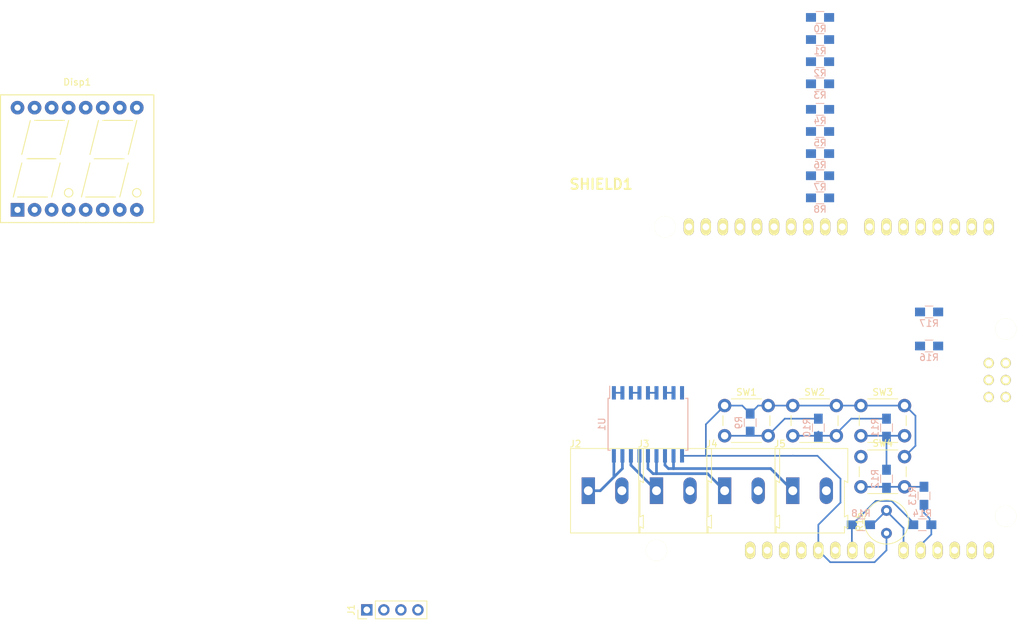
<source format=kicad_pcb>
(kicad_pcb (version 4) (host pcbnew 4.0.6)

  (general
    (links 82)
    (no_connects 43)
    (area 64.494999 19.373 217.560501 115.523333)
    (thickness 1.6)
    (drawings 0)
    (tracks 98)
    (zones 0)
    (modules 31)
    (nets 42)
  )

  (page A4)
  (layers
    (0 F.Cu signal)
    (31 B.Cu signal)
    (32 B.Adhes user)
    (33 F.Adhes user hide)
    (34 B.Paste user)
    (35 F.Paste user hide)
    (36 B.SilkS user hide)
    (37 F.SilkS user hide)
    (38 B.Mask user)
    (39 F.Mask user hide)
    (40 Dwgs.User user)
    (41 Cmts.User user)
    (42 Eco1.User user)
    (43 Eco2.User user)
    (44 Edge.Cuts user)
    (45 Margin user)
    (46 B.CrtYd user)
    (47 F.CrtYd user)
    (48 B.Fab user)
    (49 F.Fab user)
  )

  (setup
    (last_trace_width 0.25)
    (trace_clearance 0.2)
    (zone_clearance 0.508)
    (zone_45_only no)
    (trace_min 0.2)
    (segment_width 0.2)
    (edge_width 0.1)
    (via_size 0.6)
    (via_drill 0.4)
    (via_min_size 0.4)
    (via_min_drill 0.3)
    (uvia_size 0.3)
    (uvia_drill 0.1)
    (uvias_allowed no)
    (uvia_min_size 0.2)
    (uvia_min_drill 0.1)
    (pcb_text_width 0.3)
    (pcb_text_size 1.5 1.5)
    (mod_edge_width 0.15)
    (mod_text_size 1 1)
    (mod_text_width 0.15)
    (pad_size 1.5 1.5)
    (pad_drill 0.6)
    (pad_to_mask_clearance 0)
    (aux_axis_origin 0 0)
    (visible_elements FFFEFF7F)
    (pcbplotparams
      (layerselection 0x00030_80000001)
      (usegerberextensions false)
      (excludeedgelayer true)
      (linewidth 0.100000)
      (plotframeref false)
      (viasonmask false)
      (mode 1)
      (useauxorigin false)
      (hpglpennumber 1)
      (hpglpenspeed 20)
      (hpglpendiameter 15)
      (hpglpenoverlay 2)
      (psnegative false)
      (psa4output false)
      (plotreference true)
      (plotvalue true)
      (plotinvisibletext false)
      (padsonsilk false)
      (subtractmaskfromsilk false)
      (outputformat 1)
      (mirror false)
      (drillshape 1)
      (scaleselection 1)
      (outputdirectory ""))
  )

  (net 0 "")
  (net 1 +5V)
  (net 2 D)
  (net 3 Extras)
  (net 4 C)
  (net 5 A)
  (net 6 G)
  (net 7 B)
  (net 8 E)
  (net 9 DP)
  (net 10 GND)
  (net 11 F)
  (net 12 Temp-Data)
  (net 13 Dig1)
  (net 14 Dig2)
  (net 15 Dig3)
  (net 16 Dig4)
  (net 17 "Net-(R0-Pad2)")
  (net 18 "Net-(R1-Pad2)")
  (net 19 "Net-(R2-Pad2)")
  (net 20 "Net-(R3-Pad2)")
  (net 21 "Net-(R4-Pad2)")
  (net 22 "Net-(R5-Pad2)")
  (net 23 "Net-(R6-Pad2)")
  (net 24 "Net-(R7-Pad2)")
  (net 25 "Net-(R8-Pad2)")
  (net 26 "Net-(R10-Pad2)")
  (net 27 "Net-(R11-Pad2)")
  (net 28 "Net-(R12-Pad2)")
  (net 29 Buttons)
  (net 30 Light)
  (net 31 "Net-(Disp1-Pad12)")
  (net 32 "Net-(Disp1-Pad10)")
  (net 33 "Net-(R10-Pad1)")
  (net 34 /Out-A)
  (net 35 /Out-B)
  (net 36 /Out-C)
  (net 37 /Out-D)
  (net 38 Trig-D)
  (net 39 Trig-C)
  (net 40 Trig-B)
  (net 41 Trig-A)

  (net_class Default "This is the default net class."
    (clearance 0.2)
    (trace_width 0.25)
    (via_dia 0.6)
    (via_drill 0.4)
    (uvia_dia 0.3)
    (uvia_drill 0.1)
    (add_net +5V)
    (add_net A)
    (add_net B)
    (add_net Buttons)
    (add_net C)
    (add_net D)
    (add_net DP)
    (add_net Dig1)
    (add_net Dig2)
    (add_net Dig3)
    (add_net Dig4)
    (add_net E)
    (add_net Extras)
    (add_net F)
    (add_net G)
    (add_net GND)
    (add_net Light)
    (add_net "Net-(Disp1-Pad10)")
    (add_net "Net-(Disp1-Pad12)")
    (add_net "Net-(R0-Pad2)")
    (add_net "Net-(R1-Pad2)")
    (add_net "Net-(R10-Pad1)")
    (add_net "Net-(R10-Pad2)")
    (add_net "Net-(R11-Pad2)")
    (add_net "Net-(R12-Pad2)")
    (add_net "Net-(R2-Pad2)")
    (add_net "Net-(R3-Pad2)")
    (add_net "Net-(R4-Pad2)")
    (add_net "Net-(R5-Pad2)")
    (add_net "Net-(R6-Pad2)")
    (add_net "Net-(R7-Pad2)")
    (add_net "Net-(R8-Pad2)")
    (add_net Temp-Data)
    (add_net Trig-A)
    (add_net Trig-B)
    (add_net Trig-C)
    (add_net Trig-D)
  )

  (net_class Output ""
    (clearance 0.2)
    (trace_width 0.4)
    (via_dia 0.6)
    (via_drill 0.4)
    (uvia_dia 0.3)
    (uvia_drill 0.1)
    (add_net /Out-A)
    (add_net /Out-B)
    (add_net /Out-C)
    (add_net /Out-D)
  )

  (net_class Output-Gnd ""
    (clearance 0.2)
    (trace_width 1)
    (via_dia 0.6)
    (via_drill 0.4)
    (uvia_dia 0.3)
    (uvia_drill 0.1)
  )

  (module Displays_7-Segment:AFF_2x7SEG-DIGIT_10mm (layer F.Cu) (tedit 5470F570) (tstamp 59433E6A)
    (at 76.2 43.18)
    (descr "Afficheur 7 segments 10mm DIGIT")
    (tags AFFICHEUR)
    (path /5941F540)
    (fp_text reference Disp1 (at 0 -11.43) (layer F.SilkS)
      (effects (font (size 1 1) (thickness 0.15)))
    )
    (fp_text value 4x7Seg (at -1.27 11.43) (layer F.Fab)
      (effects (font (size 1 1) (thickness 0.15)))
    )
    (fp_line (start -6.35 -5.715) (end -1.905 -5.715) (layer F.SilkS) (width 0.15))
    (fp_line (start -2.54 -0.635) (end -1.27 -5.715) (layer F.SilkS) (width 0.15))
    (fp_line (start -8.255 -0.635) (end -6.985 -5.715) (layer F.SilkS) (width 0.15))
    (fp_line (start -8.89 5.715) (end -4.445 5.715) (layer F.SilkS) (width 0.15))
    (fp_line (start -8.255 0.635) (end -9.525 5.715) (layer F.SilkS) (width 0.15))
    (fp_line (start -2.54 0.635) (end -3.81 5.715) (layer F.SilkS) (width 0.15))
    (fp_circle (center 8.89 5.08) (end 9.525 5.08) (layer F.SilkS) (width 0.15))
    (fp_line (start 3.81 -5.715) (end 8.255 -5.715) (layer F.SilkS) (width 0.15))
    (fp_line (start 1.27 5.715) (end 5.715 5.715) (layer F.SilkS) (width 0.15))
    (fp_line (start 7.62 0.635) (end 6.35 5.715) (layer F.SilkS) (width 0.15))
    (fp_line (start 0.635 5.715) (end 1.905 0.635) (layer F.SilkS) (width 0.15))
    (fp_line (start 7.62 -0.635) (end 8.89 -5.715) (layer F.SilkS) (width 0.15))
    (fp_line (start 1.905 -0.635) (end 3.175 -5.715) (layer F.SilkS) (width 0.15))
    (fp_line (start 2.54 0) (end 6.985 0) (layer F.SilkS) (width 0.15))
    (fp_line (start 1.27 -9.525) (end 11.43 -9.525) (layer F.SilkS) (width 0.15))
    (fp_line (start 11.43 -9.525) (end 11.43 9.525) (layer F.SilkS) (width 0.15))
    (fp_line (start 11.43 9.525) (end 1.27 9.525) (layer F.SilkS) (width 0.15))
    (fp_line (start -7.366 0) (end -3.302 0) (layer F.SilkS) (width 0.15))
    (fp_circle (center -1.27 5.08) (end -0.635 5.08) (layer F.SilkS) (width 0.15))
    (fp_line (start -10.16 -9.525) (end -11.43 -9.525) (layer F.SilkS) (width 0.15))
    (fp_line (start -11.43 -9.525) (end -11.43 9.525) (layer F.SilkS) (width 0.15))
    (fp_line (start -11.43 9.525) (end -10.16 9.525) (layer F.SilkS) (width 0.15))
    (fp_line (start 0 9.525) (end 1.27 9.525) (layer F.SilkS) (width 0.15))
    (fp_line (start 1.27 -9.525) (end 0 -9.525) (layer F.SilkS) (width 0.15))
    (fp_line (start -10.16 9.525) (end 0 9.525) (layer F.SilkS) (width 0.15))
    (fp_line (start 0 -9.525) (end -10.16 -9.525) (layer F.SilkS) (width 0.15))
    (fp_line (start -7.493 0) (end -3.175 0) (layer F.SilkS) (width 0.15))
    (pad 1 thru_hole rect (at -8.89 7.62) (size 2.032 2.032) (drill 0.9144) (layers *.Cu *.Mask)
      (net 16 Dig4))
    (pad 2 thru_hole circle (at -6.35 7.62) (size 2.032 2.032) (drill 0.9144) (layers *.Cu *.Mask)
      (net 15 Dig3))
    (pad 3 thru_hole circle (at -3.81 7.62) (size 2.032 2.032) (drill 0.9144) (layers *.Cu *.Mask)
      (net 2 D))
    (pad 4 thru_hole circle (at -1.27 7.62) (size 2.032 2.032) (drill 0.9144) (layers *.Cu *.Mask)
      (net 3 Extras))
    (pad 13 thru_hole circle (at -1.27 -7.62) (size 2.032 2.032) (drill 0.9144) (layers *.Cu *.Mask)
      (net 4 C))
    (pad 14 thru_hole circle (at -3.81 -7.62) (size 2.032 2.032) (drill 0.9144) (layers *.Cu *.Mask)
      (net 5 A))
    (pad 15 thru_hole circle (at -6.35 -7.62) (size 2.032 2.032) (drill 0.9144) (layers *.Cu *.Mask)
      (net 6 G))
    (pad 16 thru_hole circle (at -8.89 -7.62) (size 2.032 2.032) (drill 0.9144) (layers *.Cu *.Mask)
      (net 7 B))
    (pad 5 thru_hole circle (at 1.27 7.62) (size 2.032 2.032) (drill 0.9144) (layers *.Cu *.Mask)
      (net 8 E))
    (pad 6 thru_hole circle (at 3.81 7.62) (size 2.032 2.032) (drill 0.9144) (layers *.Cu *.Mask)
      (net 14 Dig2))
    (pad 7 thru_hole circle (at 6.35 7.62) (size 2.032 2.032) (drill 0.9144) (layers *.Cu *.Mask)
      (net 9 DP))
    (pad 8 thru_hole circle (at 8.89 7.62) (size 2.032 2.032) (drill 0.9144) (layers *.Cu *.Mask)
      (net 13 Dig1))
    (pad 12 thru_hole circle (at 1.27 -7.62) (size 2.032 2.032) (drill 0.9144) (layers *.Cu *.Mask)
      (net 31 "Net-(Disp1-Pad12)"))
    (pad 11 thru_hole circle (at 3.81 -7.62) (size 2.032 2.032) (drill 0.9144) (layers *.Cu *.Mask)
      (net 11 F))
    (pad 10 thru_hole circle (at 6.35 -7.62) (size 2.032 2.032) (drill 0.9144) (layers *.Cu *.Mask)
      (net 32 "Net-(Disp1-Pad10)"))
    (pad 9 thru_hole circle (at 8.89 -7.62) (size 2.032 2.032) (drill 0.9144) (layers *.Cu *.Mask)
      (net 3 Extras))
  )

  (module Pin_Headers:Pin_Header_Straight_1x04_Pitch2.54mm (layer F.Cu) (tedit 58CD4EC1) (tstamp 59433E81)
    (at 119.38 110.49 90)
    (descr "Through hole straight pin header, 1x04, 2.54mm pitch, single row")
    (tags "Through hole pin header THT 1x04 2.54mm single row")
    (path /593770A2)
    (fp_text reference J1 (at 0 -2.33 90) (layer F.SilkS)
      (effects (font (size 1 1) (thickness 0.15)))
    )
    (fp_text value CONN_01X04 (at 0 9.95 90) (layer F.Fab)
      (effects (font (size 1 1) (thickness 0.15)))
    )
    (fp_line (start -1.27 -1.27) (end -1.27 8.89) (layer F.Fab) (width 0.1))
    (fp_line (start -1.27 8.89) (end 1.27 8.89) (layer F.Fab) (width 0.1))
    (fp_line (start 1.27 8.89) (end 1.27 -1.27) (layer F.Fab) (width 0.1))
    (fp_line (start 1.27 -1.27) (end -1.27 -1.27) (layer F.Fab) (width 0.1))
    (fp_line (start -1.33 1.27) (end -1.33 8.95) (layer F.SilkS) (width 0.12))
    (fp_line (start -1.33 8.95) (end 1.33 8.95) (layer F.SilkS) (width 0.12))
    (fp_line (start 1.33 8.95) (end 1.33 1.27) (layer F.SilkS) (width 0.12))
    (fp_line (start 1.33 1.27) (end -1.33 1.27) (layer F.SilkS) (width 0.12))
    (fp_line (start -1.33 0) (end -1.33 -1.33) (layer F.SilkS) (width 0.12))
    (fp_line (start -1.33 -1.33) (end 0 -1.33) (layer F.SilkS) (width 0.12))
    (fp_line (start -1.8 -1.8) (end -1.8 9.4) (layer F.CrtYd) (width 0.05))
    (fp_line (start -1.8 9.4) (end 1.8 9.4) (layer F.CrtYd) (width 0.05))
    (fp_line (start 1.8 9.4) (end 1.8 -1.8) (layer F.CrtYd) (width 0.05))
    (fp_line (start 1.8 -1.8) (end -1.8 -1.8) (layer F.CrtYd) (width 0.05))
    (fp_text user %R (at 0 -2.33 90) (layer F.Fab)
      (effects (font (size 1 1) (thickness 0.15)))
    )
    (pad 1 thru_hole rect (at 0 0 90) (size 1.7 1.7) (drill 1) (layers *.Cu *.Mask)
      (net 1 +5V))
    (pad 2 thru_hole oval (at 0 2.54 90) (size 1.7 1.7) (drill 1) (layers *.Cu *.Mask)
      (net 12 Temp-Data))
    (pad 3 thru_hole oval (at 0 5.08 90) (size 1.7 1.7) (drill 1) (layers *.Cu *.Mask))
    (pad 4 thru_hole oval (at 0 7.62 90) (size 1.7 1.7) (drill 1) (layers *.Cu *.Mask)
      (net 10 GND))
    (model ${KISYS3DMOD}/Pin_Headers.3dshapes/Pin_Header_Straight_1x04_Pitch2.54mm.wrl
      (at (xyz 0 -0.15 0))
      (scale (xyz 1 1 1))
      (rotate (xyz 0 0 90))
    )
  )

  (module Connectors:AK300-2 (layer F.Cu) (tedit 587FD45E) (tstamp 59433E87)
    (at 152.4 92.71)
    (descr CONNECTOR)
    (tags CONNECTOR)
    (path /59429CE1)
    (fp_text reference J2 (at -1.92 -6.99) (layer F.SilkS)
      (effects (font (size 1 1) (thickness 0.15)))
    )
    (fp_text value CONN_01X02 (at 2.78 7.75) (layer F.Fab)
      (effects (font (size 1 1) (thickness 0.15)))
    )
    (fp_line (start -2.65 -6.3) (end -2.65 6.3) (layer F.SilkS) (width 0.12))
    (fp_line (start -2.65 6.3) (end 7.7 6.3) (layer F.SilkS) (width 0.12))
    (fp_line (start 7.7 6.3) (end 7.7 5.35) (layer F.SilkS) (width 0.12))
    (fp_line (start 7.7 5.35) (end 8.2 5.6) (layer F.SilkS) (width 0.12))
    (fp_line (start 8.2 5.6) (end 8.2 3.7) (layer F.SilkS) (width 0.12))
    (fp_line (start 8.2 3.7) (end 8.2 3.65) (layer F.SilkS) (width 0.12))
    (fp_line (start 8.2 3.65) (end 7.7 3.9) (layer F.SilkS) (width 0.12))
    (fp_line (start 7.7 3.9) (end 7.7 -1.5) (layer F.SilkS) (width 0.12))
    (fp_line (start 7.7 -1.5) (end 8.2 -1.2) (layer F.SilkS) (width 0.12))
    (fp_line (start 8.2 -1.2) (end 8.2 -6.3) (layer F.SilkS) (width 0.12))
    (fp_line (start 8.2 -6.3) (end -2.65 -6.3) (layer F.SilkS) (width 0.12))
    (fp_line (start 8.36 -6.47) (end -2.83 -6.47) (layer F.CrtYd) (width 0.05))
    (fp_line (start 8.36 6.47) (end 8.36 -6.47) (layer F.CrtYd) (width 0.05))
    (fp_line (start -2.83 6.47) (end 8.36 6.47) (layer F.CrtYd) (width 0.05))
    (fp_line (start -2.83 -6.47) (end -2.83 6.47) (layer F.CrtYd) (width 0.05))
    (fp_line (start -1.26 2.54) (end 1.28 2.54) (layer F.Fab) (width 0.1))
    (fp_line (start 1.28 2.54) (end 1.28 -0.25) (layer F.Fab) (width 0.1))
    (fp_line (start -1.26 -0.25) (end 1.28 -0.25) (layer F.Fab) (width 0.1))
    (fp_line (start -1.26 2.54) (end -1.26 -0.25) (layer F.Fab) (width 0.1))
    (fp_line (start 3.74 2.54) (end 6.28 2.54) (layer F.Fab) (width 0.1))
    (fp_line (start 6.28 2.54) (end 6.28 -0.25) (layer F.Fab) (width 0.1))
    (fp_line (start 3.74 -0.25) (end 6.28 -0.25) (layer F.Fab) (width 0.1))
    (fp_line (start 3.74 2.54) (end 3.74 -0.25) (layer F.Fab) (width 0.1))
    (fp_line (start 7.61 -6.22) (end 7.61 -3.17) (layer F.Fab) (width 0.1))
    (fp_line (start 7.61 -6.22) (end -2.58 -6.22) (layer F.Fab) (width 0.1))
    (fp_line (start 7.61 -6.22) (end 8.11 -6.22) (layer F.Fab) (width 0.1))
    (fp_line (start 8.11 -6.22) (end 8.11 -1.4) (layer F.Fab) (width 0.1))
    (fp_line (start 8.11 -1.4) (end 7.61 -1.65) (layer F.Fab) (width 0.1))
    (fp_line (start 8.11 5.46) (end 7.61 5.21) (layer F.Fab) (width 0.1))
    (fp_line (start 7.61 5.21) (end 7.61 6.22) (layer F.Fab) (width 0.1))
    (fp_line (start 8.11 3.81) (end 7.61 4.06) (layer F.Fab) (width 0.1))
    (fp_line (start 7.61 4.06) (end 7.61 5.21) (layer F.Fab) (width 0.1))
    (fp_line (start 8.11 3.81) (end 8.11 5.46) (layer F.Fab) (width 0.1))
    (fp_line (start 2.98 6.22) (end 2.98 4.32) (layer F.Fab) (width 0.1))
    (fp_line (start 7.05 -0.25) (end 7.05 4.32) (layer F.Fab) (width 0.1))
    (fp_line (start 2.98 6.22) (end 7.05 6.22) (layer F.Fab) (width 0.1))
    (fp_line (start 7.05 6.22) (end 7.61 6.22) (layer F.Fab) (width 0.1))
    (fp_line (start 2.04 6.22) (end 2.04 4.32) (layer F.Fab) (width 0.1))
    (fp_line (start 2.04 6.22) (end 2.98 6.22) (layer F.Fab) (width 0.1))
    (fp_line (start -2.02 -0.25) (end -2.02 4.32) (layer F.Fab) (width 0.1))
    (fp_line (start -2.58 6.22) (end -2.02 6.22) (layer F.Fab) (width 0.1))
    (fp_line (start -2.02 6.22) (end 2.04 6.22) (layer F.Fab) (width 0.1))
    (fp_line (start 2.98 4.32) (end 7.05 4.32) (layer F.Fab) (width 0.1))
    (fp_line (start 2.98 4.32) (end 2.98 -0.25) (layer F.Fab) (width 0.1))
    (fp_line (start 7.05 4.32) (end 7.05 6.22) (layer F.Fab) (width 0.1))
    (fp_line (start 2.04 4.32) (end -2.02 4.32) (layer F.Fab) (width 0.1))
    (fp_line (start 2.04 4.32) (end 2.04 -0.25) (layer F.Fab) (width 0.1))
    (fp_line (start -2.02 4.32) (end -2.02 6.22) (layer F.Fab) (width 0.1))
    (fp_line (start 6.67 3.68) (end 6.67 0.51) (layer F.Fab) (width 0.1))
    (fp_line (start 6.67 3.68) (end 3.36 3.68) (layer F.Fab) (width 0.1))
    (fp_line (start 3.36 3.68) (end 3.36 0.51) (layer F.Fab) (width 0.1))
    (fp_line (start 1.66 3.68) (end 1.66 0.51) (layer F.Fab) (width 0.1))
    (fp_line (start 1.66 3.68) (end -1.64 3.68) (layer F.Fab) (width 0.1))
    (fp_line (start -1.64 3.68) (end -1.64 0.51) (layer F.Fab) (width 0.1))
    (fp_line (start -1.64 0.51) (end -1.26 0.51) (layer F.Fab) (width 0.1))
    (fp_line (start 1.66 0.51) (end 1.28 0.51) (layer F.Fab) (width 0.1))
    (fp_line (start 3.36 0.51) (end 3.74 0.51) (layer F.Fab) (width 0.1))
    (fp_line (start 6.67 0.51) (end 6.28 0.51) (layer F.Fab) (width 0.1))
    (fp_line (start -2.58 6.22) (end -2.58 -0.64) (layer F.Fab) (width 0.1))
    (fp_line (start -2.58 -0.64) (end -2.58 -3.17) (layer F.Fab) (width 0.1))
    (fp_line (start 7.61 -1.65) (end 7.61 -0.64) (layer F.Fab) (width 0.1))
    (fp_line (start 7.61 -0.64) (end 7.61 4.06) (layer F.Fab) (width 0.1))
    (fp_line (start -2.58 -3.17) (end 7.61 -3.17) (layer F.Fab) (width 0.1))
    (fp_line (start -2.58 -3.17) (end -2.58 -6.22) (layer F.Fab) (width 0.1))
    (fp_line (start 7.61 -3.17) (end 7.61 -1.65) (layer F.Fab) (width 0.1))
    (fp_line (start 2.98 -3.43) (end 2.98 -5.97) (layer F.Fab) (width 0.1))
    (fp_line (start 2.98 -5.97) (end 7.05 -5.97) (layer F.Fab) (width 0.1))
    (fp_line (start 7.05 -5.97) (end 7.05 -3.43) (layer F.Fab) (width 0.1))
    (fp_line (start 7.05 -3.43) (end 2.98 -3.43) (layer F.Fab) (width 0.1))
    (fp_line (start 2.04 -3.43) (end 2.04 -5.97) (layer F.Fab) (width 0.1))
    (fp_line (start 2.04 -3.43) (end -2.02 -3.43) (layer F.Fab) (width 0.1))
    (fp_line (start -2.02 -3.43) (end -2.02 -5.97) (layer F.Fab) (width 0.1))
    (fp_line (start 2.04 -5.97) (end -2.02 -5.97) (layer F.Fab) (width 0.1))
    (fp_line (start 3.39 -4.45) (end 6.44 -5.08) (layer F.Fab) (width 0.1))
    (fp_line (start 3.52 -4.32) (end 6.56 -4.95) (layer F.Fab) (width 0.1))
    (fp_line (start -1.62 -4.45) (end 1.44 -5.08) (layer F.Fab) (width 0.1))
    (fp_line (start -1.49 -4.32) (end 1.56 -4.95) (layer F.Fab) (width 0.1))
    (fp_line (start -2.02 -0.25) (end -1.64 -0.25) (layer F.Fab) (width 0.1))
    (fp_line (start 2.04 -0.25) (end 1.66 -0.25) (layer F.Fab) (width 0.1))
    (fp_line (start 1.66 -0.25) (end -1.64 -0.25) (layer F.Fab) (width 0.1))
    (fp_line (start -2.58 -0.64) (end -1.64 -0.64) (layer F.Fab) (width 0.1))
    (fp_line (start -1.64 -0.64) (end 1.66 -0.64) (layer F.Fab) (width 0.1))
    (fp_line (start 1.66 -0.64) (end 3.36 -0.64) (layer F.Fab) (width 0.1))
    (fp_line (start 7.61 -0.64) (end 6.67 -0.64) (layer F.Fab) (width 0.1))
    (fp_line (start 6.67 -0.64) (end 3.36 -0.64) (layer F.Fab) (width 0.1))
    (fp_line (start 7.05 -0.25) (end 6.67 -0.25) (layer F.Fab) (width 0.1))
    (fp_line (start 2.98 -0.25) (end 3.36 -0.25) (layer F.Fab) (width 0.1))
    (fp_line (start 3.36 -0.25) (end 6.67 -0.25) (layer F.Fab) (width 0.1))
    (fp_arc (start 6.03 -4.59) (end 6.54 -5.05) (angle 90.5) (layer F.Fab) (width 0.1))
    (fp_arc (start 5.07 -6.07) (end 6.53 -4.12) (angle 75.5) (layer F.Fab) (width 0.1))
    (fp_arc (start 4.99 -3.71) (end 3.39 -5) (angle 100) (layer F.Fab) (width 0.1))
    (fp_arc (start 3.87 -4.65) (end 3.58 -4.13) (angle 104.2) (layer F.Fab) (width 0.1))
    (fp_arc (start 1.03 -4.59) (end 1.53 -5.05) (angle 90.5) (layer F.Fab) (width 0.1))
    (fp_arc (start 0.06 -6.07) (end 1.53 -4.12) (angle 75.5) (layer F.Fab) (width 0.1))
    (fp_arc (start -0.01 -3.71) (end -1.62 -5) (angle 100) (layer F.Fab) (width 0.1))
    (fp_arc (start -1.13 -4.65) (end -1.42 -4.13) (angle 104.2) (layer F.Fab) (width 0.1))
    (pad 1 thru_hole rect (at 0 0) (size 1.98 3.96) (drill 1.32) (layers *.Cu F.Paste F.Mask)
      (net 34 /Out-A))
    (pad 2 thru_hole oval (at 5 0) (size 1.98 3.96) (drill 1.32) (layers *.Cu F.Paste F.Mask)
      (net 10 GND))
  )

  (module Connectors:AK300-2 (layer F.Cu) (tedit 587FD45E) (tstamp 59433E8D)
    (at 162.56 92.71)
    (descr CONNECTOR)
    (tags CONNECTOR)
    (path /5942AE9B)
    (fp_text reference J3 (at -1.92 -6.99) (layer F.SilkS)
      (effects (font (size 1 1) (thickness 0.15)))
    )
    (fp_text value CONN_01X02 (at 2.78 7.75) (layer F.Fab)
      (effects (font (size 1 1) (thickness 0.15)))
    )
    (fp_line (start -2.65 -6.3) (end -2.65 6.3) (layer F.SilkS) (width 0.12))
    (fp_line (start -2.65 6.3) (end 7.7 6.3) (layer F.SilkS) (width 0.12))
    (fp_line (start 7.7 6.3) (end 7.7 5.35) (layer F.SilkS) (width 0.12))
    (fp_line (start 7.7 5.35) (end 8.2 5.6) (layer F.SilkS) (width 0.12))
    (fp_line (start 8.2 5.6) (end 8.2 3.7) (layer F.SilkS) (width 0.12))
    (fp_line (start 8.2 3.7) (end 8.2 3.65) (layer F.SilkS) (width 0.12))
    (fp_line (start 8.2 3.65) (end 7.7 3.9) (layer F.SilkS) (width 0.12))
    (fp_line (start 7.7 3.9) (end 7.7 -1.5) (layer F.SilkS) (width 0.12))
    (fp_line (start 7.7 -1.5) (end 8.2 -1.2) (layer F.SilkS) (width 0.12))
    (fp_line (start 8.2 -1.2) (end 8.2 -6.3) (layer F.SilkS) (width 0.12))
    (fp_line (start 8.2 -6.3) (end -2.65 -6.3) (layer F.SilkS) (width 0.12))
    (fp_line (start 8.36 -6.47) (end -2.83 -6.47) (layer F.CrtYd) (width 0.05))
    (fp_line (start 8.36 6.47) (end 8.36 -6.47) (layer F.CrtYd) (width 0.05))
    (fp_line (start -2.83 6.47) (end 8.36 6.47) (layer F.CrtYd) (width 0.05))
    (fp_line (start -2.83 -6.47) (end -2.83 6.47) (layer F.CrtYd) (width 0.05))
    (fp_line (start -1.26 2.54) (end 1.28 2.54) (layer F.Fab) (width 0.1))
    (fp_line (start 1.28 2.54) (end 1.28 -0.25) (layer F.Fab) (width 0.1))
    (fp_line (start -1.26 -0.25) (end 1.28 -0.25) (layer F.Fab) (width 0.1))
    (fp_line (start -1.26 2.54) (end -1.26 -0.25) (layer F.Fab) (width 0.1))
    (fp_line (start 3.74 2.54) (end 6.28 2.54) (layer F.Fab) (width 0.1))
    (fp_line (start 6.28 2.54) (end 6.28 -0.25) (layer F.Fab) (width 0.1))
    (fp_line (start 3.74 -0.25) (end 6.28 -0.25) (layer F.Fab) (width 0.1))
    (fp_line (start 3.74 2.54) (end 3.74 -0.25) (layer F.Fab) (width 0.1))
    (fp_line (start 7.61 -6.22) (end 7.61 -3.17) (layer F.Fab) (width 0.1))
    (fp_line (start 7.61 -6.22) (end -2.58 -6.22) (layer F.Fab) (width 0.1))
    (fp_line (start 7.61 -6.22) (end 8.11 -6.22) (layer F.Fab) (width 0.1))
    (fp_line (start 8.11 -6.22) (end 8.11 -1.4) (layer F.Fab) (width 0.1))
    (fp_line (start 8.11 -1.4) (end 7.61 -1.65) (layer F.Fab) (width 0.1))
    (fp_line (start 8.11 5.46) (end 7.61 5.21) (layer F.Fab) (width 0.1))
    (fp_line (start 7.61 5.21) (end 7.61 6.22) (layer F.Fab) (width 0.1))
    (fp_line (start 8.11 3.81) (end 7.61 4.06) (layer F.Fab) (width 0.1))
    (fp_line (start 7.61 4.06) (end 7.61 5.21) (layer F.Fab) (width 0.1))
    (fp_line (start 8.11 3.81) (end 8.11 5.46) (layer F.Fab) (width 0.1))
    (fp_line (start 2.98 6.22) (end 2.98 4.32) (layer F.Fab) (width 0.1))
    (fp_line (start 7.05 -0.25) (end 7.05 4.32) (layer F.Fab) (width 0.1))
    (fp_line (start 2.98 6.22) (end 7.05 6.22) (layer F.Fab) (width 0.1))
    (fp_line (start 7.05 6.22) (end 7.61 6.22) (layer F.Fab) (width 0.1))
    (fp_line (start 2.04 6.22) (end 2.04 4.32) (layer F.Fab) (width 0.1))
    (fp_line (start 2.04 6.22) (end 2.98 6.22) (layer F.Fab) (width 0.1))
    (fp_line (start -2.02 -0.25) (end -2.02 4.32) (layer F.Fab) (width 0.1))
    (fp_line (start -2.58 6.22) (end -2.02 6.22) (layer F.Fab) (width 0.1))
    (fp_line (start -2.02 6.22) (end 2.04 6.22) (layer F.Fab) (width 0.1))
    (fp_line (start 2.98 4.32) (end 7.05 4.32) (layer F.Fab) (width 0.1))
    (fp_line (start 2.98 4.32) (end 2.98 -0.25) (layer F.Fab) (width 0.1))
    (fp_line (start 7.05 4.32) (end 7.05 6.22) (layer F.Fab) (width 0.1))
    (fp_line (start 2.04 4.32) (end -2.02 4.32) (layer F.Fab) (width 0.1))
    (fp_line (start 2.04 4.32) (end 2.04 -0.25) (layer F.Fab) (width 0.1))
    (fp_line (start -2.02 4.32) (end -2.02 6.22) (layer F.Fab) (width 0.1))
    (fp_line (start 6.67 3.68) (end 6.67 0.51) (layer F.Fab) (width 0.1))
    (fp_line (start 6.67 3.68) (end 3.36 3.68) (layer F.Fab) (width 0.1))
    (fp_line (start 3.36 3.68) (end 3.36 0.51) (layer F.Fab) (width 0.1))
    (fp_line (start 1.66 3.68) (end 1.66 0.51) (layer F.Fab) (width 0.1))
    (fp_line (start 1.66 3.68) (end -1.64 3.68) (layer F.Fab) (width 0.1))
    (fp_line (start -1.64 3.68) (end -1.64 0.51) (layer F.Fab) (width 0.1))
    (fp_line (start -1.64 0.51) (end -1.26 0.51) (layer F.Fab) (width 0.1))
    (fp_line (start 1.66 0.51) (end 1.28 0.51) (layer F.Fab) (width 0.1))
    (fp_line (start 3.36 0.51) (end 3.74 0.51) (layer F.Fab) (width 0.1))
    (fp_line (start 6.67 0.51) (end 6.28 0.51) (layer F.Fab) (width 0.1))
    (fp_line (start -2.58 6.22) (end -2.58 -0.64) (layer F.Fab) (width 0.1))
    (fp_line (start -2.58 -0.64) (end -2.58 -3.17) (layer F.Fab) (width 0.1))
    (fp_line (start 7.61 -1.65) (end 7.61 -0.64) (layer F.Fab) (width 0.1))
    (fp_line (start 7.61 -0.64) (end 7.61 4.06) (layer F.Fab) (width 0.1))
    (fp_line (start -2.58 -3.17) (end 7.61 -3.17) (layer F.Fab) (width 0.1))
    (fp_line (start -2.58 -3.17) (end -2.58 -6.22) (layer F.Fab) (width 0.1))
    (fp_line (start 7.61 -3.17) (end 7.61 -1.65) (layer F.Fab) (width 0.1))
    (fp_line (start 2.98 -3.43) (end 2.98 -5.97) (layer F.Fab) (width 0.1))
    (fp_line (start 2.98 -5.97) (end 7.05 -5.97) (layer F.Fab) (width 0.1))
    (fp_line (start 7.05 -5.97) (end 7.05 -3.43) (layer F.Fab) (width 0.1))
    (fp_line (start 7.05 -3.43) (end 2.98 -3.43) (layer F.Fab) (width 0.1))
    (fp_line (start 2.04 -3.43) (end 2.04 -5.97) (layer F.Fab) (width 0.1))
    (fp_line (start 2.04 -3.43) (end -2.02 -3.43) (layer F.Fab) (width 0.1))
    (fp_line (start -2.02 -3.43) (end -2.02 -5.97) (layer F.Fab) (width 0.1))
    (fp_line (start 2.04 -5.97) (end -2.02 -5.97) (layer F.Fab) (width 0.1))
    (fp_line (start 3.39 -4.45) (end 6.44 -5.08) (layer F.Fab) (width 0.1))
    (fp_line (start 3.52 -4.32) (end 6.56 -4.95) (layer F.Fab) (width 0.1))
    (fp_line (start -1.62 -4.45) (end 1.44 -5.08) (layer F.Fab) (width 0.1))
    (fp_line (start -1.49 -4.32) (end 1.56 -4.95) (layer F.Fab) (width 0.1))
    (fp_line (start -2.02 -0.25) (end -1.64 -0.25) (layer F.Fab) (width 0.1))
    (fp_line (start 2.04 -0.25) (end 1.66 -0.25) (layer F.Fab) (width 0.1))
    (fp_line (start 1.66 -0.25) (end -1.64 -0.25) (layer F.Fab) (width 0.1))
    (fp_line (start -2.58 -0.64) (end -1.64 -0.64) (layer F.Fab) (width 0.1))
    (fp_line (start -1.64 -0.64) (end 1.66 -0.64) (layer F.Fab) (width 0.1))
    (fp_line (start 1.66 -0.64) (end 3.36 -0.64) (layer F.Fab) (width 0.1))
    (fp_line (start 7.61 -0.64) (end 6.67 -0.64) (layer F.Fab) (width 0.1))
    (fp_line (start 6.67 -0.64) (end 3.36 -0.64) (layer F.Fab) (width 0.1))
    (fp_line (start 7.05 -0.25) (end 6.67 -0.25) (layer F.Fab) (width 0.1))
    (fp_line (start 2.98 -0.25) (end 3.36 -0.25) (layer F.Fab) (width 0.1))
    (fp_line (start 3.36 -0.25) (end 6.67 -0.25) (layer F.Fab) (width 0.1))
    (fp_arc (start 6.03 -4.59) (end 6.54 -5.05) (angle 90.5) (layer F.Fab) (width 0.1))
    (fp_arc (start 5.07 -6.07) (end 6.53 -4.12) (angle 75.5) (layer F.Fab) (width 0.1))
    (fp_arc (start 4.99 -3.71) (end 3.39 -5) (angle 100) (layer F.Fab) (width 0.1))
    (fp_arc (start 3.87 -4.65) (end 3.58 -4.13) (angle 104.2) (layer F.Fab) (width 0.1))
    (fp_arc (start 1.03 -4.59) (end 1.53 -5.05) (angle 90.5) (layer F.Fab) (width 0.1))
    (fp_arc (start 0.06 -6.07) (end 1.53 -4.12) (angle 75.5) (layer F.Fab) (width 0.1))
    (fp_arc (start -0.01 -3.71) (end -1.62 -5) (angle 100) (layer F.Fab) (width 0.1))
    (fp_arc (start -1.13 -4.65) (end -1.42 -4.13) (angle 104.2) (layer F.Fab) (width 0.1))
    (pad 1 thru_hole rect (at 0 0) (size 1.98 3.96) (drill 1.32) (layers *.Cu F.Paste F.Mask)
      (net 35 /Out-B))
    (pad 2 thru_hole oval (at 5 0) (size 1.98 3.96) (drill 1.32) (layers *.Cu F.Paste F.Mask)
      (net 10 GND))
  )

  (module Connectors:AK300-2 (layer F.Cu) (tedit 587FD45E) (tstamp 59433E93)
    (at 172.72 92.71)
    (descr CONNECTOR)
    (tags CONNECTOR)
    (path /5942B095)
    (fp_text reference J4 (at -1.92 -6.99) (layer F.SilkS)
      (effects (font (size 1 1) (thickness 0.15)))
    )
    (fp_text value CONN_01X02 (at 2.78 7.75) (layer F.Fab)
      (effects (font (size 1 1) (thickness 0.15)))
    )
    (fp_line (start -2.65 -6.3) (end -2.65 6.3) (layer F.SilkS) (width 0.12))
    (fp_line (start -2.65 6.3) (end 7.7 6.3) (layer F.SilkS) (width 0.12))
    (fp_line (start 7.7 6.3) (end 7.7 5.35) (layer F.SilkS) (width 0.12))
    (fp_line (start 7.7 5.35) (end 8.2 5.6) (layer F.SilkS) (width 0.12))
    (fp_line (start 8.2 5.6) (end 8.2 3.7) (layer F.SilkS) (width 0.12))
    (fp_line (start 8.2 3.7) (end 8.2 3.65) (layer F.SilkS) (width 0.12))
    (fp_line (start 8.2 3.65) (end 7.7 3.9) (layer F.SilkS) (width 0.12))
    (fp_line (start 7.7 3.9) (end 7.7 -1.5) (layer F.SilkS) (width 0.12))
    (fp_line (start 7.7 -1.5) (end 8.2 -1.2) (layer F.SilkS) (width 0.12))
    (fp_line (start 8.2 -1.2) (end 8.2 -6.3) (layer F.SilkS) (width 0.12))
    (fp_line (start 8.2 -6.3) (end -2.65 -6.3) (layer F.SilkS) (width 0.12))
    (fp_line (start 8.36 -6.47) (end -2.83 -6.47) (layer F.CrtYd) (width 0.05))
    (fp_line (start 8.36 6.47) (end 8.36 -6.47) (layer F.CrtYd) (width 0.05))
    (fp_line (start -2.83 6.47) (end 8.36 6.47) (layer F.CrtYd) (width 0.05))
    (fp_line (start -2.83 -6.47) (end -2.83 6.47) (layer F.CrtYd) (width 0.05))
    (fp_line (start -1.26 2.54) (end 1.28 2.54) (layer F.Fab) (width 0.1))
    (fp_line (start 1.28 2.54) (end 1.28 -0.25) (layer F.Fab) (width 0.1))
    (fp_line (start -1.26 -0.25) (end 1.28 -0.25) (layer F.Fab) (width 0.1))
    (fp_line (start -1.26 2.54) (end -1.26 -0.25) (layer F.Fab) (width 0.1))
    (fp_line (start 3.74 2.54) (end 6.28 2.54) (layer F.Fab) (width 0.1))
    (fp_line (start 6.28 2.54) (end 6.28 -0.25) (layer F.Fab) (width 0.1))
    (fp_line (start 3.74 -0.25) (end 6.28 -0.25) (layer F.Fab) (width 0.1))
    (fp_line (start 3.74 2.54) (end 3.74 -0.25) (layer F.Fab) (width 0.1))
    (fp_line (start 7.61 -6.22) (end 7.61 -3.17) (layer F.Fab) (width 0.1))
    (fp_line (start 7.61 -6.22) (end -2.58 -6.22) (layer F.Fab) (width 0.1))
    (fp_line (start 7.61 -6.22) (end 8.11 -6.22) (layer F.Fab) (width 0.1))
    (fp_line (start 8.11 -6.22) (end 8.11 -1.4) (layer F.Fab) (width 0.1))
    (fp_line (start 8.11 -1.4) (end 7.61 -1.65) (layer F.Fab) (width 0.1))
    (fp_line (start 8.11 5.46) (end 7.61 5.21) (layer F.Fab) (width 0.1))
    (fp_line (start 7.61 5.21) (end 7.61 6.22) (layer F.Fab) (width 0.1))
    (fp_line (start 8.11 3.81) (end 7.61 4.06) (layer F.Fab) (width 0.1))
    (fp_line (start 7.61 4.06) (end 7.61 5.21) (layer F.Fab) (width 0.1))
    (fp_line (start 8.11 3.81) (end 8.11 5.46) (layer F.Fab) (width 0.1))
    (fp_line (start 2.98 6.22) (end 2.98 4.32) (layer F.Fab) (width 0.1))
    (fp_line (start 7.05 -0.25) (end 7.05 4.32) (layer F.Fab) (width 0.1))
    (fp_line (start 2.98 6.22) (end 7.05 6.22) (layer F.Fab) (width 0.1))
    (fp_line (start 7.05 6.22) (end 7.61 6.22) (layer F.Fab) (width 0.1))
    (fp_line (start 2.04 6.22) (end 2.04 4.32) (layer F.Fab) (width 0.1))
    (fp_line (start 2.04 6.22) (end 2.98 6.22) (layer F.Fab) (width 0.1))
    (fp_line (start -2.02 -0.25) (end -2.02 4.32) (layer F.Fab) (width 0.1))
    (fp_line (start -2.58 6.22) (end -2.02 6.22) (layer F.Fab) (width 0.1))
    (fp_line (start -2.02 6.22) (end 2.04 6.22) (layer F.Fab) (width 0.1))
    (fp_line (start 2.98 4.32) (end 7.05 4.32) (layer F.Fab) (width 0.1))
    (fp_line (start 2.98 4.32) (end 2.98 -0.25) (layer F.Fab) (width 0.1))
    (fp_line (start 7.05 4.32) (end 7.05 6.22) (layer F.Fab) (width 0.1))
    (fp_line (start 2.04 4.32) (end -2.02 4.32) (layer F.Fab) (width 0.1))
    (fp_line (start 2.04 4.32) (end 2.04 -0.25) (layer F.Fab) (width 0.1))
    (fp_line (start -2.02 4.32) (end -2.02 6.22) (layer F.Fab) (width 0.1))
    (fp_line (start 6.67 3.68) (end 6.67 0.51) (layer F.Fab) (width 0.1))
    (fp_line (start 6.67 3.68) (end 3.36 3.68) (layer F.Fab) (width 0.1))
    (fp_line (start 3.36 3.68) (end 3.36 0.51) (layer F.Fab) (width 0.1))
    (fp_line (start 1.66 3.68) (end 1.66 0.51) (layer F.Fab) (width 0.1))
    (fp_line (start 1.66 3.68) (end -1.64 3.68) (layer F.Fab) (width 0.1))
    (fp_line (start -1.64 3.68) (end -1.64 0.51) (layer F.Fab) (width 0.1))
    (fp_line (start -1.64 0.51) (end -1.26 0.51) (layer F.Fab) (width 0.1))
    (fp_line (start 1.66 0.51) (end 1.28 0.51) (layer F.Fab) (width 0.1))
    (fp_line (start 3.36 0.51) (end 3.74 0.51) (layer F.Fab) (width 0.1))
    (fp_line (start 6.67 0.51) (end 6.28 0.51) (layer F.Fab) (width 0.1))
    (fp_line (start -2.58 6.22) (end -2.58 -0.64) (layer F.Fab) (width 0.1))
    (fp_line (start -2.58 -0.64) (end -2.58 -3.17) (layer F.Fab) (width 0.1))
    (fp_line (start 7.61 -1.65) (end 7.61 -0.64) (layer F.Fab) (width 0.1))
    (fp_line (start 7.61 -0.64) (end 7.61 4.06) (layer F.Fab) (width 0.1))
    (fp_line (start -2.58 -3.17) (end 7.61 -3.17) (layer F.Fab) (width 0.1))
    (fp_line (start -2.58 -3.17) (end -2.58 -6.22) (layer F.Fab) (width 0.1))
    (fp_line (start 7.61 -3.17) (end 7.61 -1.65) (layer F.Fab) (width 0.1))
    (fp_line (start 2.98 -3.43) (end 2.98 -5.97) (layer F.Fab) (width 0.1))
    (fp_line (start 2.98 -5.97) (end 7.05 -5.97) (layer F.Fab) (width 0.1))
    (fp_line (start 7.05 -5.97) (end 7.05 -3.43) (layer F.Fab) (width 0.1))
    (fp_line (start 7.05 -3.43) (end 2.98 -3.43) (layer F.Fab) (width 0.1))
    (fp_line (start 2.04 -3.43) (end 2.04 -5.97) (layer F.Fab) (width 0.1))
    (fp_line (start 2.04 -3.43) (end -2.02 -3.43) (layer F.Fab) (width 0.1))
    (fp_line (start -2.02 -3.43) (end -2.02 -5.97) (layer F.Fab) (width 0.1))
    (fp_line (start 2.04 -5.97) (end -2.02 -5.97) (layer F.Fab) (width 0.1))
    (fp_line (start 3.39 -4.45) (end 6.44 -5.08) (layer F.Fab) (width 0.1))
    (fp_line (start 3.52 -4.32) (end 6.56 -4.95) (layer F.Fab) (width 0.1))
    (fp_line (start -1.62 -4.45) (end 1.44 -5.08) (layer F.Fab) (width 0.1))
    (fp_line (start -1.49 -4.32) (end 1.56 -4.95) (layer F.Fab) (width 0.1))
    (fp_line (start -2.02 -0.25) (end -1.64 -0.25) (layer F.Fab) (width 0.1))
    (fp_line (start 2.04 -0.25) (end 1.66 -0.25) (layer F.Fab) (width 0.1))
    (fp_line (start 1.66 -0.25) (end -1.64 -0.25) (layer F.Fab) (width 0.1))
    (fp_line (start -2.58 -0.64) (end -1.64 -0.64) (layer F.Fab) (width 0.1))
    (fp_line (start -1.64 -0.64) (end 1.66 -0.64) (layer F.Fab) (width 0.1))
    (fp_line (start 1.66 -0.64) (end 3.36 -0.64) (layer F.Fab) (width 0.1))
    (fp_line (start 7.61 -0.64) (end 6.67 -0.64) (layer F.Fab) (width 0.1))
    (fp_line (start 6.67 -0.64) (end 3.36 -0.64) (layer F.Fab) (width 0.1))
    (fp_line (start 7.05 -0.25) (end 6.67 -0.25) (layer F.Fab) (width 0.1))
    (fp_line (start 2.98 -0.25) (end 3.36 -0.25) (layer F.Fab) (width 0.1))
    (fp_line (start 3.36 -0.25) (end 6.67 -0.25) (layer F.Fab) (width 0.1))
    (fp_arc (start 6.03 -4.59) (end 6.54 -5.05) (angle 90.5) (layer F.Fab) (width 0.1))
    (fp_arc (start 5.07 -6.07) (end 6.53 -4.12) (angle 75.5) (layer F.Fab) (width 0.1))
    (fp_arc (start 4.99 -3.71) (end 3.39 -5) (angle 100) (layer F.Fab) (width 0.1))
    (fp_arc (start 3.87 -4.65) (end 3.58 -4.13) (angle 104.2) (layer F.Fab) (width 0.1))
    (fp_arc (start 1.03 -4.59) (end 1.53 -5.05) (angle 90.5) (layer F.Fab) (width 0.1))
    (fp_arc (start 0.06 -6.07) (end 1.53 -4.12) (angle 75.5) (layer F.Fab) (width 0.1))
    (fp_arc (start -0.01 -3.71) (end -1.62 -5) (angle 100) (layer F.Fab) (width 0.1))
    (fp_arc (start -1.13 -4.65) (end -1.42 -4.13) (angle 104.2) (layer F.Fab) (width 0.1))
    (pad 1 thru_hole rect (at 0 0) (size 1.98 3.96) (drill 1.32) (layers *.Cu F.Paste F.Mask)
      (net 36 /Out-C))
    (pad 2 thru_hole oval (at 5 0) (size 1.98 3.96) (drill 1.32) (layers *.Cu F.Paste F.Mask)
      (net 10 GND))
  )

  (module Connectors:AK300-2 (layer F.Cu) (tedit 587FD45E) (tstamp 59433E99)
    (at 182.88 92.71)
    (descr CONNECTOR)
    (tags CONNECTOR)
    (path /5942B674)
    (fp_text reference J5 (at -1.92 -6.99) (layer F.SilkS)
      (effects (font (size 1 1) (thickness 0.15)))
    )
    (fp_text value CONN_01X02 (at 2.78 7.75) (layer F.Fab)
      (effects (font (size 1 1) (thickness 0.15)))
    )
    (fp_line (start -2.65 -6.3) (end -2.65 6.3) (layer F.SilkS) (width 0.12))
    (fp_line (start -2.65 6.3) (end 7.7 6.3) (layer F.SilkS) (width 0.12))
    (fp_line (start 7.7 6.3) (end 7.7 5.35) (layer F.SilkS) (width 0.12))
    (fp_line (start 7.7 5.35) (end 8.2 5.6) (layer F.SilkS) (width 0.12))
    (fp_line (start 8.2 5.6) (end 8.2 3.7) (layer F.SilkS) (width 0.12))
    (fp_line (start 8.2 3.7) (end 8.2 3.65) (layer F.SilkS) (width 0.12))
    (fp_line (start 8.2 3.65) (end 7.7 3.9) (layer F.SilkS) (width 0.12))
    (fp_line (start 7.7 3.9) (end 7.7 -1.5) (layer F.SilkS) (width 0.12))
    (fp_line (start 7.7 -1.5) (end 8.2 -1.2) (layer F.SilkS) (width 0.12))
    (fp_line (start 8.2 -1.2) (end 8.2 -6.3) (layer F.SilkS) (width 0.12))
    (fp_line (start 8.2 -6.3) (end -2.65 -6.3) (layer F.SilkS) (width 0.12))
    (fp_line (start 8.36 -6.47) (end -2.83 -6.47) (layer F.CrtYd) (width 0.05))
    (fp_line (start 8.36 6.47) (end 8.36 -6.47) (layer F.CrtYd) (width 0.05))
    (fp_line (start -2.83 6.47) (end 8.36 6.47) (layer F.CrtYd) (width 0.05))
    (fp_line (start -2.83 -6.47) (end -2.83 6.47) (layer F.CrtYd) (width 0.05))
    (fp_line (start -1.26 2.54) (end 1.28 2.54) (layer F.Fab) (width 0.1))
    (fp_line (start 1.28 2.54) (end 1.28 -0.25) (layer F.Fab) (width 0.1))
    (fp_line (start -1.26 -0.25) (end 1.28 -0.25) (layer F.Fab) (width 0.1))
    (fp_line (start -1.26 2.54) (end -1.26 -0.25) (layer F.Fab) (width 0.1))
    (fp_line (start 3.74 2.54) (end 6.28 2.54) (layer F.Fab) (width 0.1))
    (fp_line (start 6.28 2.54) (end 6.28 -0.25) (layer F.Fab) (width 0.1))
    (fp_line (start 3.74 -0.25) (end 6.28 -0.25) (layer F.Fab) (width 0.1))
    (fp_line (start 3.74 2.54) (end 3.74 -0.25) (layer F.Fab) (width 0.1))
    (fp_line (start 7.61 -6.22) (end 7.61 -3.17) (layer F.Fab) (width 0.1))
    (fp_line (start 7.61 -6.22) (end -2.58 -6.22) (layer F.Fab) (width 0.1))
    (fp_line (start 7.61 -6.22) (end 8.11 -6.22) (layer F.Fab) (width 0.1))
    (fp_line (start 8.11 -6.22) (end 8.11 -1.4) (layer F.Fab) (width 0.1))
    (fp_line (start 8.11 -1.4) (end 7.61 -1.65) (layer F.Fab) (width 0.1))
    (fp_line (start 8.11 5.46) (end 7.61 5.21) (layer F.Fab) (width 0.1))
    (fp_line (start 7.61 5.21) (end 7.61 6.22) (layer F.Fab) (width 0.1))
    (fp_line (start 8.11 3.81) (end 7.61 4.06) (layer F.Fab) (width 0.1))
    (fp_line (start 7.61 4.06) (end 7.61 5.21) (layer F.Fab) (width 0.1))
    (fp_line (start 8.11 3.81) (end 8.11 5.46) (layer F.Fab) (width 0.1))
    (fp_line (start 2.98 6.22) (end 2.98 4.32) (layer F.Fab) (width 0.1))
    (fp_line (start 7.05 -0.25) (end 7.05 4.32) (layer F.Fab) (width 0.1))
    (fp_line (start 2.98 6.22) (end 7.05 6.22) (layer F.Fab) (width 0.1))
    (fp_line (start 7.05 6.22) (end 7.61 6.22) (layer F.Fab) (width 0.1))
    (fp_line (start 2.04 6.22) (end 2.04 4.32) (layer F.Fab) (width 0.1))
    (fp_line (start 2.04 6.22) (end 2.98 6.22) (layer F.Fab) (width 0.1))
    (fp_line (start -2.02 -0.25) (end -2.02 4.32) (layer F.Fab) (width 0.1))
    (fp_line (start -2.58 6.22) (end -2.02 6.22) (layer F.Fab) (width 0.1))
    (fp_line (start -2.02 6.22) (end 2.04 6.22) (layer F.Fab) (width 0.1))
    (fp_line (start 2.98 4.32) (end 7.05 4.32) (layer F.Fab) (width 0.1))
    (fp_line (start 2.98 4.32) (end 2.98 -0.25) (layer F.Fab) (width 0.1))
    (fp_line (start 7.05 4.32) (end 7.05 6.22) (layer F.Fab) (width 0.1))
    (fp_line (start 2.04 4.32) (end -2.02 4.32) (layer F.Fab) (width 0.1))
    (fp_line (start 2.04 4.32) (end 2.04 -0.25) (layer F.Fab) (width 0.1))
    (fp_line (start -2.02 4.32) (end -2.02 6.22) (layer F.Fab) (width 0.1))
    (fp_line (start 6.67 3.68) (end 6.67 0.51) (layer F.Fab) (width 0.1))
    (fp_line (start 6.67 3.68) (end 3.36 3.68) (layer F.Fab) (width 0.1))
    (fp_line (start 3.36 3.68) (end 3.36 0.51) (layer F.Fab) (width 0.1))
    (fp_line (start 1.66 3.68) (end 1.66 0.51) (layer F.Fab) (width 0.1))
    (fp_line (start 1.66 3.68) (end -1.64 3.68) (layer F.Fab) (width 0.1))
    (fp_line (start -1.64 3.68) (end -1.64 0.51) (layer F.Fab) (width 0.1))
    (fp_line (start -1.64 0.51) (end -1.26 0.51) (layer F.Fab) (width 0.1))
    (fp_line (start 1.66 0.51) (end 1.28 0.51) (layer F.Fab) (width 0.1))
    (fp_line (start 3.36 0.51) (end 3.74 0.51) (layer F.Fab) (width 0.1))
    (fp_line (start 6.67 0.51) (end 6.28 0.51) (layer F.Fab) (width 0.1))
    (fp_line (start -2.58 6.22) (end -2.58 -0.64) (layer F.Fab) (width 0.1))
    (fp_line (start -2.58 -0.64) (end -2.58 -3.17) (layer F.Fab) (width 0.1))
    (fp_line (start 7.61 -1.65) (end 7.61 -0.64) (layer F.Fab) (width 0.1))
    (fp_line (start 7.61 -0.64) (end 7.61 4.06) (layer F.Fab) (width 0.1))
    (fp_line (start -2.58 -3.17) (end 7.61 -3.17) (layer F.Fab) (width 0.1))
    (fp_line (start -2.58 -3.17) (end -2.58 -6.22) (layer F.Fab) (width 0.1))
    (fp_line (start 7.61 -3.17) (end 7.61 -1.65) (layer F.Fab) (width 0.1))
    (fp_line (start 2.98 -3.43) (end 2.98 -5.97) (layer F.Fab) (width 0.1))
    (fp_line (start 2.98 -5.97) (end 7.05 -5.97) (layer F.Fab) (width 0.1))
    (fp_line (start 7.05 -5.97) (end 7.05 -3.43) (layer F.Fab) (width 0.1))
    (fp_line (start 7.05 -3.43) (end 2.98 -3.43) (layer F.Fab) (width 0.1))
    (fp_line (start 2.04 -3.43) (end 2.04 -5.97) (layer F.Fab) (width 0.1))
    (fp_line (start 2.04 -3.43) (end -2.02 -3.43) (layer F.Fab) (width 0.1))
    (fp_line (start -2.02 -3.43) (end -2.02 -5.97) (layer F.Fab) (width 0.1))
    (fp_line (start 2.04 -5.97) (end -2.02 -5.97) (layer F.Fab) (width 0.1))
    (fp_line (start 3.39 -4.45) (end 6.44 -5.08) (layer F.Fab) (width 0.1))
    (fp_line (start 3.52 -4.32) (end 6.56 -4.95) (layer F.Fab) (width 0.1))
    (fp_line (start -1.62 -4.45) (end 1.44 -5.08) (layer F.Fab) (width 0.1))
    (fp_line (start -1.49 -4.32) (end 1.56 -4.95) (layer F.Fab) (width 0.1))
    (fp_line (start -2.02 -0.25) (end -1.64 -0.25) (layer F.Fab) (width 0.1))
    (fp_line (start 2.04 -0.25) (end 1.66 -0.25) (layer F.Fab) (width 0.1))
    (fp_line (start 1.66 -0.25) (end -1.64 -0.25) (layer F.Fab) (width 0.1))
    (fp_line (start -2.58 -0.64) (end -1.64 -0.64) (layer F.Fab) (width 0.1))
    (fp_line (start -1.64 -0.64) (end 1.66 -0.64) (layer F.Fab) (width 0.1))
    (fp_line (start 1.66 -0.64) (end 3.36 -0.64) (layer F.Fab) (width 0.1))
    (fp_line (start 7.61 -0.64) (end 6.67 -0.64) (layer F.Fab) (width 0.1))
    (fp_line (start 6.67 -0.64) (end 3.36 -0.64) (layer F.Fab) (width 0.1))
    (fp_line (start 7.05 -0.25) (end 6.67 -0.25) (layer F.Fab) (width 0.1))
    (fp_line (start 2.98 -0.25) (end 3.36 -0.25) (layer F.Fab) (width 0.1))
    (fp_line (start 3.36 -0.25) (end 6.67 -0.25) (layer F.Fab) (width 0.1))
    (fp_arc (start 6.03 -4.59) (end 6.54 -5.05) (angle 90.5) (layer F.Fab) (width 0.1))
    (fp_arc (start 5.07 -6.07) (end 6.53 -4.12) (angle 75.5) (layer F.Fab) (width 0.1))
    (fp_arc (start 4.99 -3.71) (end 3.39 -5) (angle 100) (layer F.Fab) (width 0.1))
    (fp_arc (start 3.87 -4.65) (end 3.58 -4.13) (angle 104.2) (layer F.Fab) (width 0.1))
    (fp_arc (start 1.03 -4.59) (end 1.53 -5.05) (angle 90.5) (layer F.Fab) (width 0.1))
    (fp_arc (start 0.06 -6.07) (end 1.53 -4.12) (angle 75.5) (layer F.Fab) (width 0.1))
    (fp_arc (start -0.01 -3.71) (end -1.62 -5) (angle 100) (layer F.Fab) (width 0.1))
    (fp_arc (start -1.13 -4.65) (end -1.42 -4.13) (angle 104.2) (layer F.Fab) (width 0.1))
    (pad 1 thru_hole rect (at 0 0) (size 1.98 3.96) (drill 1.32) (layers *.Cu F.Paste F.Mask)
      (net 37 /Out-D))
    (pad 2 thru_hole oval (at 5 0) (size 1.98 3.96) (drill 1.32) (layers *.Cu F.Paste F.Mask)
      (net 10 GND))
  )

  (module Resistors_SMD:R_0805_HandSoldering (layer B.Cu) (tedit 58E0A804) (tstamp 59433F3A)
    (at 186.944 22.098)
    (descr "Resistor SMD 0805, hand soldering")
    (tags "resistor 0805")
    (path /59427D9E)
    (attr smd)
    (fp_text reference R0 (at 0 1.7) (layer B.SilkS)
      (effects (font (size 1 1) (thickness 0.15)) (justify mirror))
    )
    (fp_text value 330 (at 0 -1.75) (layer B.Fab)
      (effects (font (size 1 1) (thickness 0.15)) (justify mirror))
    )
    (fp_text user %R (at 0 0) (layer B.Fab)
      (effects (font (size 0.5 0.5) (thickness 0.075)) (justify mirror))
    )
    (fp_line (start -1 -0.62) (end -1 0.62) (layer B.Fab) (width 0.1))
    (fp_line (start 1 -0.62) (end -1 -0.62) (layer B.Fab) (width 0.1))
    (fp_line (start 1 0.62) (end 1 -0.62) (layer B.Fab) (width 0.1))
    (fp_line (start -1 0.62) (end 1 0.62) (layer B.Fab) (width 0.1))
    (fp_line (start 0.6 -0.88) (end -0.6 -0.88) (layer B.SilkS) (width 0.12))
    (fp_line (start -0.6 0.88) (end 0.6 0.88) (layer B.SilkS) (width 0.12))
    (fp_line (start -2.35 0.9) (end 2.35 0.9) (layer B.CrtYd) (width 0.05))
    (fp_line (start -2.35 0.9) (end -2.35 -0.9) (layer B.CrtYd) (width 0.05))
    (fp_line (start 2.35 -0.9) (end 2.35 0.9) (layer B.CrtYd) (width 0.05))
    (fp_line (start 2.35 -0.9) (end -2.35 -0.9) (layer B.CrtYd) (width 0.05))
    (pad 1 smd rect (at -1.35 0) (size 1.5 1.3) (layers B.Cu B.Paste B.Mask)
      (net 3 Extras))
    (pad 2 smd rect (at 1.35 0) (size 1.5 1.3) (layers B.Cu B.Paste B.Mask)
      (net 17 "Net-(R0-Pad2)"))
    (model ${KISYS3DMOD}/Resistors_SMD.3dshapes/R_0805.wrl
      (at (xyz 0 0 0))
      (scale (xyz 1 1 1))
      (rotate (xyz 0 0 0))
    )
  )

  (module Resistors_SMD:R_0805_HandSoldering (layer B.Cu) (tedit 58E0A804) (tstamp 59433F4B)
    (at 186.944 25.4)
    (descr "Resistor SMD 0805, hand soldering")
    (tags "resistor 0805")
    (path /593779F1)
    (attr smd)
    (fp_text reference R1 (at 0 1.7) (layer B.SilkS)
      (effects (font (size 1 1) (thickness 0.15)) (justify mirror))
    )
    (fp_text value 330 (at 0 -1.75) (layer B.Fab)
      (effects (font (size 1 1) (thickness 0.15)) (justify mirror))
    )
    (fp_text user %R (at 0 0) (layer B.Fab)
      (effects (font (size 0.5 0.5) (thickness 0.075)) (justify mirror))
    )
    (fp_line (start -1 -0.62) (end -1 0.62) (layer B.Fab) (width 0.1))
    (fp_line (start 1 -0.62) (end -1 -0.62) (layer B.Fab) (width 0.1))
    (fp_line (start 1 0.62) (end 1 -0.62) (layer B.Fab) (width 0.1))
    (fp_line (start -1 0.62) (end 1 0.62) (layer B.Fab) (width 0.1))
    (fp_line (start 0.6 -0.88) (end -0.6 -0.88) (layer B.SilkS) (width 0.12))
    (fp_line (start -0.6 0.88) (end 0.6 0.88) (layer B.SilkS) (width 0.12))
    (fp_line (start -2.35 0.9) (end 2.35 0.9) (layer B.CrtYd) (width 0.05))
    (fp_line (start -2.35 0.9) (end -2.35 -0.9) (layer B.CrtYd) (width 0.05))
    (fp_line (start 2.35 -0.9) (end 2.35 0.9) (layer B.CrtYd) (width 0.05))
    (fp_line (start 2.35 -0.9) (end -2.35 -0.9) (layer B.CrtYd) (width 0.05))
    (pad 1 smd rect (at -1.35 0) (size 1.5 1.3) (layers B.Cu B.Paste B.Mask)
      (net 9 DP))
    (pad 2 smd rect (at 1.35 0) (size 1.5 1.3) (layers B.Cu B.Paste B.Mask)
      (net 18 "Net-(R1-Pad2)"))
    (model ${KISYS3DMOD}/Resistors_SMD.3dshapes/R_0805.wrl
      (at (xyz 0 0 0))
      (scale (xyz 1 1 1))
      (rotate (xyz 0 0 0))
    )
  )

  (module Resistors_SMD:R_0805_HandSoldering (layer B.Cu) (tedit 58E0A804) (tstamp 59433F5C)
    (at 186.944 28.702)
    (descr "Resistor SMD 0805, hand soldering")
    (tags "resistor 0805")
    (path /59377A67)
    (attr smd)
    (fp_text reference R2 (at 0 1.7) (layer B.SilkS)
      (effects (font (size 1 1) (thickness 0.15)) (justify mirror))
    )
    (fp_text value 330 (at 0 -1.75) (layer B.Fab)
      (effects (font (size 1 1) (thickness 0.15)) (justify mirror))
    )
    (fp_text user %R (at 0 0) (layer B.Fab)
      (effects (font (size 0.5 0.5) (thickness 0.075)) (justify mirror))
    )
    (fp_line (start -1 -0.62) (end -1 0.62) (layer B.Fab) (width 0.1))
    (fp_line (start 1 -0.62) (end -1 -0.62) (layer B.Fab) (width 0.1))
    (fp_line (start 1 0.62) (end 1 -0.62) (layer B.Fab) (width 0.1))
    (fp_line (start -1 0.62) (end 1 0.62) (layer B.Fab) (width 0.1))
    (fp_line (start 0.6 -0.88) (end -0.6 -0.88) (layer B.SilkS) (width 0.12))
    (fp_line (start -0.6 0.88) (end 0.6 0.88) (layer B.SilkS) (width 0.12))
    (fp_line (start -2.35 0.9) (end 2.35 0.9) (layer B.CrtYd) (width 0.05))
    (fp_line (start -2.35 0.9) (end -2.35 -0.9) (layer B.CrtYd) (width 0.05))
    (fp_line (start 2.35 -0.9) (end 2.35 0.9) (layer B.CrtYd) (width 0.05))
    (fp_line (start 2.35 -0.9) (end -2.35 -0.9) (layer B.CrtYd) (width 0.05))
    (pad 1 smd rect (at -1.35 0) (size 1.5 1.3) (layers B.Cu B.Paste B.Mask)
      (net 4 C))
    (pad 2 smd rect (at 1.35 0) (size 1.5 1.3) (layers B.Cu B.Paste B.Mask)
      (net 19 "Net-(R2-Pad2)"))
    (model ${KISYS3DMOD}/Resistors_SMD.3dshapes/R_0805.wrl
      (at (xyz 0 0 0))
      (scale (xyz 1 1 1))
      (rotate (xyz 0 0 0))
    )
  )

  (module Resistors_SMD:R_0805_HandSoldering (layer B.Cu) (tedit 58E0A804) (tstamp 59433F6D)
    (at 186.944 32.004)
    (descr "Resistor SMD 0805, hand soldering")
    (tags "resistor 0805")
    (path /59377ADD)
    (attr smd)
    (fp_text reference R3 (at 0 1.7) (layer B.SilkS)
      (effects (font (size 1 1) (thickness 0.15)) (justify mirror))
    )
    (fp_text value 330 (at 0 -1.75) (layer B.Fab)
      (effects (font (size 1 1) (thickness 0.15)) (justify mirror))
    )
    (fp_text user %R (at 0 0) (layer B.Fab)
      (effects (font (size 0.5 0.5) (thickness 0.075)) (justify mirror))
    )
    (fp_line (start -1 -0.62) (end -1 0.62) (layer B.Fab) (width 0.1))
    (fp_line (start 1 -0.62) (end -1 -0.62) (layer B.Fab) (width 0.1))
    (fp_line (start 1 0.62) (end 1 -0.62) (layer B.Fab) (width 0.1))
    (fp_line (start -1 0.62) (end 1 0.62) (layer B.Fab) (width 0.1))
    (fp_line (start 0.6 -0.88) (end -0.6 -0.88) (layer B.SilkS) (width 0.12))
    (fp_line (start -0.6 0.88) (end 0.6 0.88) (layer B.SilkS) (width 0.12))
    (fp_line (start -2.35 0.9) (end 2.35 0.9) (layer B.CrtYd) (width 0.05))
    (fp_line (start -2.35 0.9) (end -2.35 -0.9) (layer B.CrtYd) (width 0.05))
    (fp_line (start 2.35 -0.9) (end 2.35 0.9) (layer B.CrtYd) (width 0.05))
    (fp_line (start 2.35 -0.9) (end -2.35 -0.9) (layer B.CrtYd) (width 0.05))
    (pad 1 smd rect (at -1.35 0) (size 1.5 1.3) (layers B.Cu B.Paste B.Mask)
      (net 7 B))
    (pad 2 smd rect (at 1.35 0) (size 1.5 1.3) (layers B.Cu B.Paste B.Mask)
      (net 20 "Net-(R3-Pad2)"))
    (model ${KISYS3DMOD}/Resistors_SMD.3dshapes/R_0805.wrl
      (at (xyz 0 0 0))
      (scale (xyz 1 1 1))
      (rotate (xyz 0 0 0))
    )
  )

  (module Resistors_SMD:R_0805_HandSoldering (layer B.Cu) (tedit 58E0A804) (tstamp 59433F7E)
    (at 186.944 35.814)
    (descr "Resistor SMD 0805, hand soldering")
    (tags "resistor 0805")
    (path /59377B16)
    (attr smd)
    (fp_text reference R4 (at 0 1.7) (layer B.SilkS)
      (effects (font (size 1 1) (thickness 0.15)) (justify mirror))
    )
    (fp_text value 330 (at 0 -1.75) (layer B.Fab)
      (effects (font (size 1 1) (thickness 0.15)) (justify mirror))
    )
    (fp_text user %R (at 0 0) (layer B.Fab)
      (effects (font (size 0.5 0.5) (thickness 0.075)) (justify mirror))
    )
    (fp_line (start -1 -0.62) (end -1 0.62) (layer B.Fab) (width 0.1))
    (fp_line (start 1 -0.62) (end -1 -0.62) (layer B.Fab) (width 0.1))
    (fp_line (start 1 0.62) (end 1 -0.62) (layer B.Fab) (width 0.1))
    (fp_line (start -1 0.62) (end 1 0.62) (layer B.Fab) (width 0.1))
    (fp_line (start 0.6 -0.88) (end -0.6 -0.88) (layer B.SilkS) (width 0.12))
    (fp_line (start -0.6 0.88) (end 0.6 0.88) (layer B.SilkS) (width 0.12))
    (fp_line (start -2.35 0.9) (end 2.35 0.9) (layer B.CrtYd) (width 0.05))
    (fp_line (start -2.35 0.9) (end -2.35 -0.9) (layer B.CrtYd) (width 0.05))
    (fp_line (start 2.35 -0.9) (end 2.35 0.9) (layer B.CrtYd) (width 0.05))
    (fp_line (start 2.35 -0.9) (end -2.35 -0.9) (layer B.CrtYd) (width 0.05))
    (pad 1 smd rect (at -1.35 0) (size 1.5 1.3) (layers B.Cu B.Paste B.Mask)
      (net 5 A))
    (pad 2 smd rect (at 1.35 0) (size 1.5 1.3) (layers B.Cu B.Paste B.Mask)
      (net 21 "Net-(R4-Pad2)"))
    (model ${KISYS3DMOD}/Resistors_SMD.3dshapes/R_0805.wrl
      (at (xyz 0 0 0))
      (scale (xyz 1 1 1))
      (rotate (xyz 0 0 0))
    )
  )

  (module Resistors_SMD:R_0805_HandSoldering (layer B.Cu) (tedit 58E0A804) (tstamp 59433F8F)
    (at 186.944 39.116)
    (descr "Resistor SMD 0805, hand soldering")
    (tags "resistor 0805")
    (path /59377B58)
    (attr smd)
    (fp_text reference R5 (at 0 1.7) (layer B.SilkS)
      (effects (font (size 1 1) (thickness 0.15)) (justify mirror))
    )
    (fp_text value 330 (at 0 -1.75) (layer B.Fab)
      (effects (font (size 1 1) (thickness 0.15)) (justify mirror))
    )
    (fp_text user %R (at 0 0) (layer B.Fab)
      (effects (font (size 0.5 0.5) (thickness 0.075)) (justify mirror))
    )
    (fp_line (start -1 -0.62) (end -1 0.62) (layer B.Fab) (width 0.1))
    (fp_line (start 1 -0.62) (end -1 -0.62) (layer B.Fab) (width 0.1))
    (fp_line (start 1 0.62) (end 1 -0.62) (layer B.Fab) (width 0.1))
    (fp_line (start -1 0.62) (end 1 0.62) (layer B.Fab) (width 0.1))
    (fp_line (start 0.6 -0.88) (end -0.6 -0.88) (layer B.SilkS) (width 0.12))
    (fp_line (start -0.6 0.88) (end 0.6 0.88) (layer B.SilkS) (width 0.12))
    (fp_line (start -2.35 0.9) (end 2.35 0.9) (layer B.CrtYd) (width 0.05))
    (fp_line (start -2.35 0.9) (end -2.35 -0.9) (layer B.CrtYd) (width 0.05))
    (fp_line (start 2.35 -0.9) (end 2.35 0.9) (layer B.CrtYd) (width 0.05))
    (fp_line (start 2.35 -0.9) (end -2.35 -0.9) (layer B.CrtYd) (width 0.05))
    (pad 1 smd rect (at -1.35 0) (size 1.5 1.3) (layers B.Cu B.Paste B.Mask)
      (net 11 F))
    (pad 2 smd rect (at 1.35 0) (size 1.5 1.3) (layers B.Cu B.Paste B.Mask)
      (net 22 "Net-(R5-Pad2)"))
    (model ${KISYS3DMOD}/Resistors_SMD.3dshapes/R_0805.wrl
      (at (xyz 0 0 0))
      (scale (xyz 1 1 1))
      (rotate (xyz 0 0 0))
    )
  )

  (module Resistors_SMD:R_0805_HandSoldering (layer B.Cu) (tedit 58E0A804) (tstamp 59433FA0)
    (at 186.944 42.418)
    (descr "Resistor SMD 0805, hand soldering")
    (tags "resistor 0805")
    (path /59377BAE)
    (attr smd)
    (fp_text reference R6 (at 0 1.7) (layer B.SilkS)
      (effects (font (size 1 1) (thickness 0.15)) (justify mirror))
    )
    (fp_text value 330 (at 0 -1.75) (layer B.Fab)
      (effects (font (size 1 1) (thickness 0.15)) (justify mirror))
    )
    (fp_text user %R (at 0 0) (layer B.Fab)
      (effects (font (size 0.5 0.5) (thickness 0.075)) (justify mirror))
    )
    (fp_line (start -1 -0.62) (end -1 0.62) (layer B.Fab) (width 0.1))
    (fp_line (start 1 -0.62) (end -1 -0.62) (layer B.Fab) (width 0.1))
    (fp_line (start 1 0.62) (end 1 -0.62) (layer B.Fab) (width 0.1))
    (fp_line (start -1 0.62) (end 1 0.62) (layer B.Fab) (width 0.1))
    (fp_line (start 0.6 -0.88) (end -0.6 -0.88) (layer B.SilkS) (width 0.12))
    (fp_line (start -0.6 0.88) (end 0.6 0.88) (layer B.SilkS) (width 0.12))
    (fp_line (start -2.35 0.9) (end 2.35 0.9) (layer B.CrtYd) (width 0.05))
    (fp_line (start -2.35 0.9) (end -2.35 -0.9) (layer B.CrtYd) (width 0.05))
    (fp_line (start 2.35 -0.9) (end 2.35 0.9) (layer B.CrtYd) (width 0.05))
    (fp_line (start 2.35 -0.9) (end -2.35 -0.9) (layer B.CrtYd) (width 0.05))
    (pad 1 smd rect (at -1.35 0) (size 1.5 1.3) (layers B.Cu B.Paste B.Mask)
      (net 6 G))
    (pad 2 smd rect (at 1.35 0) (size 1.5 1.3) (layers B.Cu B.Paste B.Mask)
      (net 23 "Net-(R6-Pad2)"))
    (model ${KISYS3DMOD}/Resistors_SMD.3dshapes/R_0805.wrl
      (at (xyz 0 0 0))
      (scale (xyz 1 1 1))
      (rotate (xyz 0 0 0))
    )
  )

  (module Resistors_SMD:R_0805_HandSoldering (layer B.Cu) (tedit 58E0A804) (tstamp 59433FB1)
    (at 186.944 45.72)
    (descr "Resistor SMD 0805, hand soldering")
    (tags "resistor 0805")
    (path /59377C03)
    (attr smd)
    (fp_text reference R7 (at 0 1.7) (layer B.SilkS)
      (effects (font (size 1 1) (thickness 0.15)) (justify mirror))
    )
    (fp_text value 330 (at 0 -1.75) (layer B.Fab)
      (effects (font (size 1 1) (thickness 0.15)) (justify mirror))
    )
    (fp_text user %R (at 0 0) (layer B.Fab)
      (effects (font (size 0.5 0.5) (thickness 0.075)) (justify mirror))
    )
    (fp_line (start -1 -0.62) (end -1 0.62) (layer B.Fab) (width 0.1))
    (fp_line (start 1 -0.62) (end -1 -0.62) (layer B.Fab) (width 0.1))
    (fp_line (start 1 0.62) (end 1 -0.62) (layer B.Fab) (width 0.1))
    (fp_line (start -1 0.62) (end 1 0.62) (layer B.Fab) (width 0.1))
    (fp_line (start 0.6 -0.88) (end -0.6 -0.88) (layer B.SilkS) (width 0.12))
    (fp_line (start -0.6 0.88) (end 0.6 0.88) (layer B.SilkS) (width 0.12))
    (fp_line (start -2.35 0.9) (end 2.35 0.9) (layer B.CrtYd) (width 0.05))
    (fp_line (start -2.35 0.9) (end -2.35 -0.9) (layer B.CrtYd) (width 0.05))
    (fp_line (start 2.35 -0.9) (end 2.35 0.9) (layer B.CrtYd) (width 0.05))
    (fp_line (start 2.35 -0.9) (end -2.35 -0.9) (layer B.CrtYd) (width 0.05))
    (pad 1 smd rect (at -1.35 0) (size 1.5 1.3) (layers B.Cu B.Paste B.Mask)
      (net 2 D))
    (pad 2 smd rect (at 1.35 0) (size 1.5 1.3) (layers B.Cu B.Paste B.Mask)
      (net 24 "Net-(R7-Pad2)"))
    (model ${KISYS3DMOD}/Resistors_SMD.3dshapes/R_0805.wrl
      (at (xyz 0 0 0))
      (scale (xyz 1 1 1))
      (rotate (xyz 0 0 0))
    )
  )

  (module Resistors_SMD:R_0805_HandSoldering (layer B.Cu) (tedit 58E0A804) (tstamp 59433FC2)
    (at 186.944 49.022)
    (descr "Resistor SMD 0805, hand soldering")
    (tags "resistor 0805")
    (path /59377C46)
    (attr smd)
    (fp_text reference R8 (at 0 1.7) (layer B.SilkS)
      (effects (font (size 1 1) (thickness 0.15)) (justify mirror))
    )
    (fp_text value 330 (at 0 -1.75) (layer B.Fab)
      (effects (font (size 1 1) (thickness 0.15)) (justify mirror))
    )
    (fp_text user %R (at 0 0) (layer B.Fab)
      (effects (font (size 0.5 0.5) (thickness 0.075)) (justify mirror))
    )
    (fp_line (start -1 -0.62) (end -1 0.62) (layer B.Fab) (width 0.1))
    (fp_line (start 1 -0.62) (end -1 -0.62) (layer B.Fab) (width 0.1))
    (fp_line (start 1 0.62) (end 1 -0.62) (layer B.Fab) (width 0.1))
    (fp_line (start -1 0.62) (end 1 0.62) (layer B.Fab) (width 0.1))
    (fp_line (start 0.6 -0.88) (end -0.6 -0.88) (layer B.SilkS) (width 0.12))
    (fp_line (start -0.6 0.88) (end 0.6 0.88) (layer B.SilkS) (width 0.12))
    (fp_line (start -2.35 0.9) (end 2.35 0.9) (layer B.CrtYd) (width 0.05))
    (fp_line (start -2.35 0.9) (end -2.35 -0.9) (layer B.CrtYd) (width 0.05))
    (fp_line (start 2.35 -0.9) (end 2.35 0.9) (layer B.CrtYd) (width 0.05))
    (fp_line (start 2.35 -0.9) (end -2.35 -0.9) (layer B.CrtYd) (width 0.05))
    (pad 1 smd rect (at -1.35 0) (size 1.5 1.3) (layers B.Cu B.Paste B.Mask)
      (net 8 E))
    (pad 2 smd rect (at 1.35 0) (size 1.5 1.3) (layers B.Cu B.Paste B.Mask)
      (net 25 "Net-(R8-Pad2)"))
    (model ${KISYS3DMOD}/Resistors_SMD.3dshapes/R_0805.wrl
      (at (xyz 0 0 0))
      (scale (xyz 1 1 1))
      (rotate (xyz 0 0 0))
    )
  )

  (module Arduino_Shield:ARDUINO_SHIELD locked (layer F.Cu) (tedit 0) (tstamp 59434059)
    (at 148.59 104.14)
    (descr http://www.thingiverse.com/thing:9630)
    (path /59376C30)
    (fp_text reference SHIELD1 (at 5.715 -57.15) (layer F.SilkS)
      (effects (font (thickness 0.3048)))
    )
    (fp_text value ARDUINO_SHIELD (at 10.16 -54.61) (layer F.SilkS) hide
      (effects (font (thickness 0.3048)))
    )
    (fp_line (start 66.04 -40.64) (end 66.04 -52.07) (layer Cmts.User) (width 0.381))
    (fp_line (start 66.04 -52.07) (end 64.77 -53.34) (layer Cmts.User) (width 0.381))
    (fp_line (start 64.77 -53.34) (end 0 -53.34) (layer Cmts.User) (width 0.381))
    (fp_line (start 66.04 0) (end 0 0) (layer Cmts.User) (width 0.381))
    (fp_line (start 0 0) (end 0 -53.34) (layer Cmts.User) (width 0.381))
    (fp_line (start 66.04 -40.64) (end 68.58 -38.1) (layer Cmts.User) (width 0.381))
    (fp_line (start 68.58 -38.1) (end 68.58 -5.08) (layer Cmts.User) (width 0.381))
    (fp_line (start 68.58 -5.08) (end 66.04 -2.54) (layer Cmts.User) (width 0.381))
    (fp_line (start 66.04 -2.54) (end 66.04 0) (layer Cmts.User) (width 0.381))
    (pad AD5 thru_hole oval (at 63.5 -2.54 90) (size 2.54 1.524) (drill 1.016) (layers *.Cu *.Mask F.SilkS)
      (net 41 Trig-A))
    (pad AD4 thru_hole oval (at 60.96 -2.54 90) (size 2.54 1.524) (drill 1.016) (layers *.Cu *.Mask F.SilkS)
      (net 40 Trig-B))
    (pad AD3 thru_hole oval (at 58.42 -2.54 90) (size 2.54 1.524) (drill 1.016) (layers *.Cu *.Mask F.SilkS)
      (net 39 Trig-C))
    (pad AD0 thru_hole oval (at 50.8 -2.54 90) (size 2.54 1.524) (drill 1.016) (layers *.Cu *.Mask F.SilkS)
      (net 30 Light))
    (pad AD1 thru_hole oval (at 53.34 -2.54 90) (size 2.54 1.524) (drill 1.016) (layers *.Cu *.Mask F.SilkS)
      (net 29 Buttons))
    (pad AD2 thru_hole oval (at 55.88 -2.54 90) (size 2.54 1.524) (drill 1.016) (layers *.Cu *.Mask F.SilkS)
      (net 38 Trig-D))
    (pad V_IN thru_hole oval (at 45.72 -2.54 90) (size 2.54 1.524) (drill 1.016) (layers *.Cu *.Mask F.SilkS))
    (pad GND2 thru_hole oval (at 43.18 -2.54 90) (size 2.54 1.524) (drill 1.016) (layers *.Cu *.Mask F.SilkS)
      (net 10 GND))
    (pad GND1 thru_hole oval (at 40.64 -2.54 90) (size 2.54 1.524) (drill 1.016) (layers *.Cu *.Mask F.SilkS)
      (net 10 GND))
    (pad 3V3 thru_hole oval (at 35.56 -2.54 90) (size 2.54 1.524) (drill 1.016) (layers *.Cu *.Mask F.SilkS))
    (pad RST thru_hole oval (at 33.02 -2.54 90) (size 2.54 1.524) (drill 1.016) (layers *.Cu *.Mask F.SilkS))
    (pad 0 thru_hole oval (at 63.5 -50.8 90) (size 2.54 1.524) (drill 1.016) (layers *.Cu *.Mask F.SilkS)
      (net 17 "Net-(R0-Pad2)"))
    (pad 1 thru_hole oval (at 60.96 -50.8 90) (size 2.54 1.524) (drill 1.016) (layers *.Cu *.Mask F.SilkS)
      (net 18 "Net-(R1-Pad2)"))
    (pad 2 thru_hole oval (at 58.42 -50.8 90) (size 2.54 1.524) (drill 1.016) (layers *.Cu *.Mask F.SilkS)
      (net 19 "Net-(R2-Pad2)"))
    (pad 3 thru_hole oval (at 55.88 -50.8 90) (size 2.54 1.524) (drill 1.016) (layers *.Cu *.Mask F.SilkS)
      (net 20 "Net-(R3-Pad2)"))
    (pad 4 thru_hole oval (at 53.34 -50.8 90) (size 2.54 1.524) (drill 1.016) (layers *.Cu *.Mask F.SilkS)
      (net 21 "Net-(R4-Pad2)"))
    (pad 5 thru_hole oval (at 50.8 -50.8 90) (size 2.54 1.524) (drill 1.016) (layers *.Cu *.Mask F.SilkS)
      (net 22 "Net-(R5-Pad2)"))
    (pad 6 thru_hole oval (at 48.26 -50.8 90) (size 2.54 1.524) (drill 1.016) (layers *.Cu *.Mask F.SilkS)
      (net 23 "Net-(R6-Pad2)"))
    (pad 7 thru_hole oval (at 45.72 -50.8 90) (size 2.54 1.524) (drill 1.016) (layers *.Cu *.Mask F.SilkS)
      (net 24 "Net-(R7-Pad2)"))
    (pad 8 thru_hole oval (at 41.656 -50.8 90) (size 2.54 1.524) (drill 1.016) (layers *.Cu *.Mask F.SilkS)
      (net 25 "Net-(R8-Pad2)"))
    (pad 9 thru_hole oval (at 39.116 -50.8 90) (size 2.54 1.524) (drill 1.016) (layers *.Cu *.Mask F.SilkS)
      (net 13 Dig1))
    (pad 10 thru_hole oval (at 36.576 -50.8 90) (size 2.54 1.524) (drill 1.016) (layers *.Cu *.Mask F.SilkS)
      (net 14 Dig2))
    (pad 11 thru_hole oval (at 34.036 -50.8 90) (size 2.54 1.524) (drill 1.016) (layers *.Cu *.Mask F.SilkS)
      (net 15 Dig3))
    (pad 12 thru_hole oval (at 31.496 -50.8 90) (size 2.54 1.524) (drill 1.016) (layers *.Cu *.Mask F.SilkS)
      (net 16 Dig4))
    (pad 13 thru_hole oval (at 28.956 -50.8 90) (size 2.54 1.524) (drill 1.016) (layers *.Cu *.Mask F.SilkS)
      (net 12 Temp-Data))
    (pad GND3 thru_hole oval (at 26.416 -50.8 90) (size 2.54 1.524) (drill 1.016) (layers *.Cu *.Mask F.SilkS)
      (net 10 GND))
    (pad AREF thru_hole oval (at 23.876 -50.8 90) (size 2.54 1.524) (drill 1.016) (layers *.Cu *.Mask F.SilkS))
    (pad 5V thru_hole oval (at 38.1 -2.54 90) (size 2.54 1.524) (drill 1.016) (layers *.Cu *.Mask F.SilkS)
      (net 1 +5V))
    (pad "" np_thru_hole circle (at 66.04 -7.62 90) (size 3.175 3.175) (drill 3.175) (layers *.Cu *.Mask F.SilkS))
    (pad "" np_thru_hole circle (at 66.04 -35.56 90) (size 3.175 3.175) (drill 3.175) (layers *.Cu *.Mask F.SilkS))
    (pad "" np_thru_hole circle (at 15.24 -50.8 90) (size 3.175 3.175) (drill 3.175) (layers *.Cu *.Mask F.SilkS))
    (pad "" np_thru_hole circle (at 13.97 -2.54 90) (size 3.175 3.175) (drill 3.175) (layers *.Cu *.Mask F.SilkS))
    (pad SDA thru_hole oval (at 21.336 -50.8 90) (size 2.54 1.524) (drill 1.016) (layers *.Cu *.Mask F.SilkS))
    (pad SCL thru_hole oval (at 18.796 -50.8 90) (size 2.54 1.524) (drill 1.016) (layers *.Cu *.Mask F.SilkS))
    (pad IO_R thru_hole oval (at 30.48 -2.54 90) (size 2.54 1.524) (drill 1.016) (layers *.Cu *.Mask F.SilkS))
    (pad NC thru_hole oval (at 27.94 -2.54 90) (size 2.54 1.524) (drill 1.016) (layers *.Cu *.Mask F.SilkS))
    (pad SP1 thru_hole circle (at 63.5 -30.48 90) (size 1.524 1.524) (drill 1.016) (layers *.Cu *.Mask F.SilkS))
    (pad SP2 thru_hole circle (at 66.04 -30.48 90) (size 1.524 1.524) (drill 1.016) (layers *.Cu *.Mask F.SilkS))
    (pad SP3 thru_hole circle (at 63.5 -27.94 90) (size 1.524 1.524) (drill 1.016) (layers *.Cu *.Mask F.SilkS))
    (pad SP4 thru_hole circle (at 66.04 -27.94 90) (size 1.524 1.524) (drill 1.016) (layers *.Cu *.Mask F.SilkS))
    (pad SP5 thru_hole circle (at 63.5 -25.4 90) (size 1.524 1.524) (drill 1.016) (layers *.Cu *.Mask F.SilkS))
    (pad SP6 thru_hole circle (at 66.04 -25.4 90) (size 1.524 1.524) (drill 1.016) (layers *.Cu *.Mask F.SilkS))
  )

  (module Buttons_Switches_THT:SW_PUSH_6mm (layer F.Cu) (tedit 5923F252) (tstamp 59434B8C)
    (at 172.72 80.01)
    (descr https://www.omron.com/ecb/products/pdf/en-b3f.pdf)
    (tags "tact sw push 6mm")
    (path /594282BE)
    (fp_text reference SW1 (at 3.25 -2) (layer F.SilkS)
      (effects (font (size 1 1) (thickness 0.15)))
    )
    (fp_text value SW_SPST (at 3.75 6.7) (layer F.Fab)
      (effects (font (size 1 1) (thickness 0.15)))
    )
    (fp_text user %R (at 3.25 2.25) (layer F.Fab)
      (effects (font (size 1 1) (thickness 0.15)))
    )
    (fp_line (start 3.25 -0.75) (end 6.25 -0.75) (layer F.Fab) (width 0.1))
    (fp_line (start 6.25 -0.75) (end 6.25 5.25) (layer F.Fab) (width 0.1))
    (fp_line (start 6.25 5.25) (end 0.25 5.25) (layer F.Fab) (width 0.1))
    (fp_line (start 0.25 5.25) (end 0.25 -0.75) (layer F.Fab) (width 0.1))
    (fp_line (start 0.25 -0.75) (end 3.25 -0.75) (layer F.Fab) (width 0.1))
    (fp_line (start 7.75 6) (end 8 6) (layer F.CrtYd) (width 0.05))
    (fp_line (start 8 6) (end 8 5.75) (layer F.CrtYd) (width 0.05))
    (fp_line (start 7.75 -1.5) (end 8 -1.5) (layer F.CrtYd) (width 0.05))
    (fp_line (start 8 -1.5) (end 8 -1.25) (layer F.CrtYd) (width 0.05))
    (fp_line (start -1.5 -1.25) (end -1.5 -1.5) (layer F.CrtYd) (width 0.05))
    (fp_line (start -1.5 -1.5) (end -1.25 -1.5) (layer F.CrtYd) (width 0.05))
    (fp_line (start -1.5 5.75) (end -1.5 6) (layer F.CrtYd) (width 0.05))
    (fp_line (start -1.5 6) (end -1.25 6) (layer F.CrtYd) (width 0.05))
    (fp_line (start -1.25 -1.5) (end 7.75 -1.5) (layer F.CrtYd) (width 0.05))
    (fp_line (start -1.5 5.75) (end -1.5 -1.25) (layer F.CrtYd) (width 0.05))
    (fp_line (start 7.75 6) (end -1.25 6) (layer F.CrtYd) (width 0.05))
    (fp_line (start 8 -1.25) (end 8 5.75) (layer F.CrtYd) (width 0.05))
    (fp_line (start 1 5.5) (end 5.5 5.5) (layer F.SilkS) (width 0.12))
    (fp_line (start -0.25 1.5) (end -0.25 3) (layer F.SilkS) (width 0.12))
    (fp_line (start 5.5 -1) (end 1 -1) (layer F.SilkS) (width 0.12))
    (fp_line (start 6.75 3) (end 6.75 1.5) (layer F.SilkS) (width 0.12))
    (fp_circle (center 3.25 2.25) (end 1.25 2.5) (layer F.Fab) (width 0.1))
    (pad 2 thru_hole circle (at 0 4.5 90) (size 2 2) (drill 1.1) (layers *.Cu *.Mask)
      (net 33 "Net-(R10-Pad1)"))
    (pad 1 thru_hole circle (at 0 0 90) (size 2 2) (drill 1.1) (layers *.Cu *.Mask)
      (net 1 +5V))
    (pad 2 thru_hole circle (at 6.5 4.5 90) (size 2 2) (drill 1.1) (layers *.Cu *.Mask)
      (net 33 "Net-(R10-Pad1)"))
    (pad 1 thru_hole circle (at 6.5 0 90) (size 2 2) (drill 1.1) (layers *.Cu *.Mask)
      (net 1 +5V))
    (model ${KISYS3DMOD}/Buttons_Switches_THT.3dshapes/SW_PUSH_6mm.wrl
      (at (xyz 0.005 0 0))
      (scale (xyz 0.3937 0.3937 0.3937))
      (rotate (xyz 0 0 0))
    )
  )

  (module Buttons_Switches_THT:SW_PUSH_6mm (layer F.Cu) (tedit 5923F252) (tstamp 59434B93)
    (at 182.88 80.01)
    (descr https://www.omron.com/ecb/products/pdf/en-b3f.pdf)
    (tags "tact sw push 6mm")
    (path /594282FD)
    (fp_text reference SW2 (at 3.25 -2) (layer F.SilkS)
      (effects (font (size 1 1) (thickness 0.15)))
    )
    (fp_text value SW_SPST (at 3.75 6.7) (layer F.Fab)
      (effects (font (size 1 1) (thickness 0.15)))
    )
    (fp_text user %R (at 3.25 2.25) (layer F.Fab)
      (effects (font (size 1 1) (thickness 0.15)))
    )
    (fp_line (start 3.25 -0.75) (end 6.25 -0.75) (layer F.Fab) (width 0.1))
    (fp_line (start 6.25 -0.75) (end 6.25 5.25) (layer F.Fab) (width 0.1))
    (fp_line (start 6.25 5.25) (end 0.25 5.25) (layer F.Fab) (width 0.1))
    (fp_line (start 0.25 5.25) (end 0.25 -0.75) (layer F.Fab) (width 0.1))
    (fp_line (start 0.25 -0.75) (end 3.25 -0.75) (layer F.Fab) (width 0.1))
    (fp_line (start 7.75 6) (end 8 6) (layer F.CrtYd) (width 0.05))
    (fp_line (start 8 6) (end 8 5.75) (layer F.CrtYd) (width 0.05))
    (fp_line (start 7.75 -1.5) (end 8 -1.5) (layer F.CrtYd) (width 0.05))
    (fp_line (start 8 -1.5) (end 8 -1.25) (layer F.CrtYd) (width 0.05))
    (fp_line (start -1.5 -1.25) (end -1.5 -1.5) (layer F.CrtYd) (width 0.05))
    (fp_line (start -1.5 -1.5) (end -1.25 -1.5) (layer F.CrtYd) (width 0.05))
    (fp_line (start -1.5 5.75) (end -1.5 6) (layer F.CrtYd) (width 0.05))
    (fp_line (start -1.5 6) (end -1.25 6) (layer F.CrtYd) (width 0.05))
    (fp_line (start -1.25 -1.5) (end 7.75 -1.5) (layer F.CrtYd) (width 0.05))
    (fp_line (start -1.5 5.75) (end -1.5 -1.25) (layer F.CrtYd) (width 0.05))
    (fp_line (start 7.75 6) (end -1.25 6) (layer F.CrtYd) (width 0.05))
    (fp_line (start 8 -1.25) (end 8 5.75) (layer F.CrtYd) (width 0.05))
    (fp_line (start 1 5.5) (end 5.5 5.5) (layer F.SilkS) (width 0.12))
    (fp_line (start -0.25 1.5) (end -0.25 3) (layer F.SilkS) (width 0.12))
    (fp_line (start 5.5 -1) (end 1 -1) (layer F.SilkS) (width 0.12))
    (fp_line (start 6.75 3) (end 6.75 1.5) (layer F.SilkS) (width 0.12))
    (fp_circle (center 3.25 2.25) (end 1.25 2.5) (layer F.Fab) (width 0.1))
    (pad 2 thru_hole circle (at 0 4.5 90) (size 2 2) (drill 1.1) (layers *.Cu *.Mask)
      (net 26 "Net-(R10-Pad2)"))
    (pad 1 thru_hole circle (at 0 0 90) (size 2 2) (drill 1.1) (layers *.Cu *.Mask)
      (net 1 +5V))
    (pad 2 thru_hole circle (at 6.5 4.5 90) (size 2 2) (drill 1.1) (layers *.Cu *.Mask)
      (net 26 "Net-(R10-Pad2)"))
    (pad 1 thru_hole circle (at 6.5 0 90) (size 2 2) (drill 1.1) (layers *.Cu *.Mask)
      (net 1 +5V))
    (model ${KISYS3DMOD}/Buttons_Switches_THT.3dshapes/SW_PUSH_6mm.wrl
      (at (xyz 0.005 0 0))
      (scale (xyz 0.3937 0.3937 0.3937))
      (rotate (xyz 0 0 0))
    )
  )

  (module Buttons_Switches_THT:SW_PUSH_6mm (layer F.Cu) (tedit 5923F252) (tstamp 59434B9A)
    (at 193.04 80.01)
    (descr https://www.omron.com/ecb/products/pdf/en-b3f.pdf)
    (tags "tact sw push 6mm")
    (path /59428371)
    (fp_text reference SW3 (at 3.25 -2) (layer F.SilkS)
      (effects (font (size 1 1) (thickness 0.15)))
    )
    (fp_text value SW_SPST (at 3.75 6.7) (layer F.Fab)
      (effects (font (size 1 1) (thickness 0.15)))
    )
    (fp_text user %R (at 3.25 2.25) (layer F.Fab)
      (effects (font (size 1 1) (thickness 0.15)))
    )
    (fp_line (start 3.25 -0.75) (end 6.25 -0.75) (layer F.Fab) (width 0.1))
    (fp_line (start 6.25 -0.75) (end 6.25 5.25) (layer F.Fab) (width 0.1))
    (fp_line (start 6.25 5.25) (end 0.25 5.25) (layer F.Fab) (width 0.1))
    (fp_line (start 0.25 5.25) (end 0.25 -0.75) (layer F.Fab) (width 0.1))
    (fp_line (start 0.25 -0.75) (end 3.25 -0.75) (layer F.Fab) (width 0.1))
    (fp_line (start 7.75 6) (end 8 6) (layer F.CrtYd) (width 0.05))
    (fp_line (start 8 6) (end 8 5.75) (layer F.CrtYd) (width 0.05))
    (fp_line (start 7.75 -1.5) (end 8 -1.5) (layer F.CrtYd) (width 0.05))
    (fp_line (start 8 -1.5) (end 8 -1.25) (layer F.CrtYd) (width 0.05))
    (fp_line (start -1.5 -1.25) (end -1.5 -1.5) (layer F.CrtYd) (width 0.05))
    (fp_line (start -1.5 -1.5) (end -1.25 -1.5) (layer F.CrtYd) (width 0.05))
    (fp_line (start -1.5 5.75) (end -1.5 6) (layer F.CrtYd) (width 0.05))
    (fp_line (start -1.5 6) (end -1.25 6) (layer F.CrtYd) (width 0.05))
    (fp_line (start -1.25 -1.5) (end 7.75 -1.5) (layer F.CrtYd) (width 0.05))
    (fp_line (start -1.5 5.75) (end -1.5 -1.25) (layer F.CrtYd) (width 0.05))
    (fp_line (start 7.75 6) (end -1.25 6) (layer F.CrtYd) (width 0.05))
    (fp_line (start 8 -1.25) (end 8 5.75) (layer F.CrtYd) (width 0.05))
    (fp_line (start 1 5.5) (end 5.5 5.5) (layer F.SilkS) (width 0.12))
    (fp_line (start -0.25 1.5) (end -0.25 3) (layer F.SilkS) (width 0.12))
    (fp_line (start 5.5 -1) (end 1 -1) (layer F.SilkS) (width 0.12))
    (fp_line (start 6.75 3) (end 6.75 1.5) (layer F.SilkS) (width 0.12))
    (fp_circle (center 3.25 2.25) (end 1.25 2.5) (layer F.Fab) (width 0.1))
    (pad 2 thru_hole circle (at 0 4.5 90) (size 2 2) (drill 1.1) (layers *.Cu *.Mask)
      (net 27 "Net-(R11-Pad2)"))
    (pad 1 thru_hole circle (at 0 0 90) (size 2 2) (drill 1.1) (layers *.Cu *.Mask)
      (net 1 +5V))
    (pad 2 thru_hole circle (at 6.5 4.5 90) (size 2 2) (drill 1.1) (layers *.Cu *.Mask)
      (net 27 "Net-(R11-Pad2)"))
    (pad 1 thru_hole circle (at 6.5 0 90) (size 2 2) (drill 1.1) (layers *.Cu *.Mask)
      (net 1 +5V))
    (model ${KISYS3DMOD}/Buttons_Switches_THT.3dshapes/SW_PUSH_6mm.wrl
      (at (xyz 0.005 0 0))
      (scale (xyz 0.3937 0.3937 0.3937))
      (rotate (xyz 0 0 0))
    )
  )

  (module Buttons_Switches_THT:SW_PUSH_6mm (layer F.Cu) (tedit 5923F252) (tstamp 59434BA1)
    (at 193.04 87.63)
    (descr https://www.omron.com/ecb/products/pdf/en-b3f.pdf)
    (tags "tact sw push 6mm")
    (path /594283D6)
    (fp_text reference SW4 (at 3.25 -2) (layer F.SilkS)
      (effects (font (size 1 1) (thickness 0.15)))
    )
    (fp_text value SW_SPST (at 3.75 6.7) (layer F.Fab)
      (effects (font (size 1 1) (thickness 0.15)))
    )
    (fp_text user %R (at 3.25 2.25) (layer F.Fab)
      (effects (font (size 1 1) (thickness 0.15)))
    )
    (fp_line (start 3.25 -0.75) (end 6.25 -0.75) (layer F.Fab) (width 0.1))
    (fp_line (start 6.25 -0.75) (end 6.25 5.25) (layer F.Fab) (width 0.1))
    (fp_line (start 6.25 5.25) (end 0.25 5.25) (layer F.Fab) (width 0.1))
    (fp_line (start 0.25 5.25) (end 0.25 -0.75) (layer F.Fab) (width 0.1))
    (fp_line (start 0.25 -0.75) (end 3.25 -0.75) (layer F.Fab) (width 0.1))
    (fp_line (start 7.75 6) (end 8 6) (layer F.CrtYd) (width 0.05))
    (fp_line (start 8 6) (end 8 5.75) (layer F.CrtYd) (width 0.05))
    (fp_line (start 7.75 -1.5) (end 8 -1.5) (layer F.CrtYd) (width 0.05))
    (fp_line (start 8 -1.5) (end 8 -1.25) (layer F.CrtYd) (width 0.05))
    (fp_line (start -1.5 -1.25) (end -1.5 -1.5) (layer F.CrtYd) (width 0.05))
    (fp_line (start -1.5 -1.5) (end -1.25 -1.5) (layer F.CrtYd) (width 0.05))
    (fp_line (start -1.5 5.75) (end -1.5 6) (layer F.CrtYd) (width 0.05))
    (fp_line (start -1.5 6) (end -1.25 6) (layer F.CrtYd) (width 0.05))
    (fp_line (start -1.25 -1.5) (end 7.75 -1.5) (layer F.CrtYd) (width 0.05))
    (fp_line (start -1.5 5.75) (end -1.5 -1.25) (layer F.CrtYd) (width 0.05))
    (fp_line (start 7.75 6) (end -1.25 6) (layer F.CrtYd) (width 0.05))
    (fp_line (start 8 -1.25) (end 8 5.75) (layer F.CrtYd) (width 0.05))
    (fp_line (start 1 5.5) (end 5.5 5.5) (layer F.SilkS) (width 0.12))
    (fp_line (start -0.25 1.5) (end -0.25 3) (layer F.SilkS) (width 0.12))
    (fp_line (start 5.5 -1) (end 1 -1) (layer F.SilkS) (width 0.12))
    (fp_line (start 6.75 3) (end 6.75 1.5) (layer F.SilkS) (width 0.12))
    (fp_circle (center 3.25 2.25) (end 1.25 2.5) (layer F.Fab) (width 0.1))
    (pad 2 thru_hole circle (at 0 4.5 90) (size 2 2) (drill 1.1) (layers *.Cu *.Mask)
      (net 28 "Net-(R12-Pad2)"))
    (pad 1 thru_hole circle (at 0 0 90) (size 2 2) (drill 1.1) (layers *.Cu *.Mask)
      (net 1 +5V))
    (pad 2 thru_hole circle (at 6.5 4.5 90) (size 2 2) (drill 1.1) (layers *.Cu *.Mask)
      (net 28 "Net-(R12-Pad2)"))
    (pad 1 thru_hole circle (at 6.5 0 90) (size 2 2) (drill 1.1) (layers *.Cu *.Mask)
      (net 1 +5V))
    (model ${KISYS3DMOD}/Buttons_Switches_THT.3dshapes/SW_PUSH_6mm.wrl
      (at (xyz 0.005 0 0))
      (scale (xyz 0.3937 0.3937 0.3937))
      (rotate (xyz 0 0 0))
    )
  )

  (module Opto-Devices:Resistor_LDR_D6.4_RM3.4 (layer F.Cu) (tedit 588BD17D) (tstamp 59458A0D)
    (at 196.85 99.06 90)
    (descr "Resistor, LDR D=6.4mm")
    (tags "Resistor LDRD=6.4mm")
    (path /5942BC73)
    (fp_text reference R15 (at 1.7 -4 90) (layer F.SilkS)
      (effects (font (size 1 1) (thickness 0.15)))
    )
    (fp_text value A1050 (at 1.7 4.1 90) (layer F.Fab)
      (effects (font (size 1 1) (thickness 0.15)))
    )
    (fp_line (start 2.6 0.6) (end 1 0.6) (layer F.Fab) (width 0.1))
    (fp_line (start 1 0.6) (end 1 0) (layer F.Fab) (width 0.1))
    (fp_line (start 1 0) (end 2.4 0) (layer F.Fab) (width 0.1))
    (fp_line (start 2.4 0) (end 2.4 -0.6) (layer F.Fab) (width 0.1))
    (fp_line (start 2.4 -0.6) (end 0.8 -0.6) (layer F.Fab) (width 0.1))
    (fp_line (start 0.8 -1.8) (end 2.6 -1.8) (layer F.Fab) (width 0.1))
    (fp_line (start 2.6 -1.8) (end 2.6 -1.2) (layer F.Fab) (width 0.1))
    (fp_line (start 2.6 -1.2) (end 0.8 -1.2) (layer F.Fab) (width 0.1))
    (fp_line (start 0.8 -1.2) (end 0.8 -0.6) (layer F.Fab) (width 0.1))
    (fp_line (start 2.6 0.6) (end 2.6 1.2) (layer F.Fab) (width 0.1))
    (fp_line (start 2.6 1.2) (end 0.8 1.2) (layer F.Fab) (width 0.1))
    (fp_line (start 0.8 1.2) (end 0.8 1.8) (layer F.Fab) (width 0.1))
    (fp_line (start 0.8 1.8) (end 2.6 1.8) (layer F.Fab) (width 0.1))
    (fp_circle (center 1.7 0) (end 5.2 0) (layer F.CrtYd) (width 0.05))
    (fp_circle (center 1.7 0) (end 5 -0.1) (layer F.SilkS) (width 0.12))
    (fp_circle (center 1.7 0) (end 4.5 0) (layer F.Fab) (width 0.1))
    (fp_circle (center 1.7 0) (end 4.9 0) (layer F.Fab) (width 0.1))
    (pad 1 thru_hole circle (at 0 0 90) (size 1.6 1.6) (drill 0.8) (layers *.Cu *.Mask)
      (net 1 +5V))
    (pad 2 thru_hole circle (at 3.4 0 90) (size 1.6 1.6) (drill 0.8) (layers *.Cu *.Mask)
      (net 30 Light))
  )

  (module Resistors_SMD:R_0805_HandSoldering (layer B.Cu) (tedit 59459BAE) (tstamp 59459192)
    (at 203.2 71.12)
    (descr "Resistor SMD 0805, hand soldering")
    (tags "resistor 0805")
    (path /5945B197)
    (attr smd)
    (fp_text reference R16 (at 0 1.7) (layer B.SilkS)
      (effects (font (size 1 1) (thickness 0.15)) (justify mirror))
    )
    (fp_text value 330 (at 0 -1.75) (layer B.Fab)
      (effects (font (size 1 1) (thickness 0.15)) (justify mirror))
    )
    (fp_text user %R (at 0 0 90) (layer B.Fab)
      (effects (font (size 0.5 0.5) (thickness 0.075)) (justify mirror))
    )
    (fp_line (start -1 -0.62) (end -1 0.62) (layer B.Fab) (width 0.1))
    (fp_line (start 1 -0.62) (end -1 -0.62) (layer B.Fab) (width 0.1))
    (fp_line (start 1 0.62) (end 1 -0.62) (layer B.Fab) (width 0.1))
    (fp_line (start -1 0.62) (end 1 0.62) (layer B.Fab) (width 0.1))
    (fp_line (start 0.6 -0.88) (end -0.6 -0.88) (layer B.SilkS) (width 0.12))
    (fp_line (start -0.6 0.88) (end 0.6 0.88) (layer B.SilkS) (width 0.12))
    (fp_line (start -2.35 0.9) (end 2.35 0.9) (layer B.CrtYd) (width 0.05))
    (fp_line (start -2.35 0.9) (end -2.35 -0.9) (layer B.CrtYd) (width 0.05))
    (fp_line (start 2.35 -0.9) (end 2.35 0.9) (layer B.CrtYd) (width 0.05))
    (fp_line (start 2.35 -0.9) (end -2.35 -0.9) (layer B.CrtYd) (width 0.05))
    (pad 1 smd rect (at -1.35 0) (size 1.5 1.3) (layers B.Cu B.Paste B.Mask)
      (net 32 "Net-(Disp1-Pad10)"))
    (pad 2 smd rect (at 1.35 0) (size 1.5 1.3) (layers B.Cu B.Paste B.Mask)
      (net 1 +5V))
    (model ${KISYS3DMOD}/Resistors_SMD.3dshapes/R_0805.wrl
      (at (xyz 0 0 0))
      (scale (xyz 1 1 1))
      (rotate (xyz 0 0 0))
    )
  )

  (module Resistors_SMD:R_0805_HandSoldering (layer B.Cu) (tedit 58E0A804) (tstamp 59459197)
    (at 203.2 66.04)
    (descr "Resistor SMD 0805, hand soldering")
    (tags "resistor 0805")
    (path /5945B208)
    (attr smd)
    (fp_text reference R17 (at 0 1.7) (layer B.SilkS)
      (effects (font (size 1 1) (thickness 0.15)) (justify mirror))
    )
    (fp_text value 330 (at 0 -1.75) (layer B.Fab)
      (effects (font (size 1 1) (thickness 0.15)) (justify mirror))
    )
    (fp_text user %R (at 0 0) (layer B.Fab)
      (effects (font (size 0.5 0.5) (thickness 0.075)) (justify mirror))
    )
    (fp_line (start -1 -0.62) (end -1 0.62) (layer B.Fab) (width 0.1))
    (fp_line (start 1 -0.62) (end -1 -0.62) (layer B.Fab) (width 0.1))
    (fp_line (start 1 0.62) (end 1 -0.62) (layer B.Fab) (width 0.1))
    (fp_line (start -1 0.62) (end 1 0.62) (layer B.Fab) (width 0.1))
    (fp_line (start 0.6 -0.88) (end -0.6 -0.88) (layer B.SilkS) (width 0.12))
    (fp_line (start -0.6 0.88) (end 0.6 0.88) (layer B.SilkS) (width 0.12))
    (fp_line (start -2.35 0.9) (end 2.35 0.9) (layer B.CrtYd) (width 0.05))
    (fp_line (start -2.35 0.9) (end -2.35 -0.9) (layer B.CrtYd) (width 0.05))
    (fp_line (start 2.35 -0.9) (end 2.35 0.9) (layer B.CrtYd) (width 0.05))
    (fp_line (start 2.35 -0.9) (end -2.35 -0.9) (layer B.CrtYd) (width 0.05))
    (pad 1 smd rect (at -1.35 0) (size 1.5 1.3) (layers B.Cu B.Paste B.Mask)
      (net 31 "Net-(Disp1-Pad12)"))
    (pad 2 smd rect (at 1.35 0) (size 1.5 1.3) (layers B.Cu B.Paste B.Mask)
      (net 10 GND))
    (model ${KISYS3DMOD}/Resistors_SMD.3dshapes/R_0805.wrl
      (at (xyz 0 0 0))
      (scale (xyz 1 1 1))
      (rotate (xyz 0 0 0))
    )
  )

  (module Housings_SOIC:SOIC-18W_7.5x11.6mm_Pitch1.27mm (layer B.Cu) (tedit 58CC8F64) (tstamp 594591C2)
    (at 161.29 82.804 270)
    (descr "18-Lead Plastic Small Outline (SO) - Wide, 7.50 mm Body [SOIC] (see Microchip Packaging Specification 00000049BS.pdf)")
    (tags "SOIC 1.27")
    (path /59455189)
    (attr smd)
    (fp_text reference U1 (at 0 6.875 270) (layer B.SilkS)
      (effects (font (size 1 1) (thickness 0.15)) (justify mirror))
    )
    (fp_text value ULN2803A (at 0 -6.875 270) (layer B.Fab)
      (effects (font (size 1 1) (thickness 0.15)) (justify mirror))
    )
    (fp_text user %R (at 0 0 270) (layer B.Fab)
      (effects (font (size 1 1) (thickness 0.15)) (justify mirror))
    )
    (fp_line (start -2.75 5.8) (end 3.75 5.8) (layer B.Fab) (width 0.15))
    (fp_line (start 3.75 5.8) (end 3.75 -5.8) (layer B.Fab) (width 0.15))
    (fp_line (start 3.75 -5.8) (end -3.75 -5.8) (layer B.Fab) (width 0.15))
    (fp_line (start -3.75 -5.8) (end -3.75 4.8) (layer B.Fab) (width 0.15))
    (fp_line (start -3.75 4.8) (end -2.75 5.8) (layer B.Fab) (width 0.15))
    (fp_line (start -5.95 6.15) (end -5.95 -6.15) (layer B.CrtYd) (width 0.05))
    (fp_line (start 5.95 6.15) (end 5.95 -6.15) (layer B.CrtYd) (width 0.05))
    (fp_line (start -5.95 6.15) (end 5.95 6.15) (layer B.CrtYd) (width 0.05))
    (fp_line (start -5.95 -6.15) (end 5.95 -6.15) (layer B.CrtYd) (width 0.05))
    (fp_line (start -3.875 5.95) (end -3.875 5.7) (layer B.SilkS) (width 0.15))
    (fp_line (start 3.875 5.95) (end 3.875 5.605) (layer B.SilkS) (width 0.15))
    (fp_line (start 3.875 -5.95) (end 3.875 -5.605) (layer B.SilkS) (width 0.15))
    (fp_line (start -3.875 -5.95) (end -3.875 -5.605) (layer B.SilkS) (width 0.15))
    (fp_line (start -3.875 5.95) (end 3.875 5.95) (layer B.SilkS) (width 0.15))
    (fp_line (start -3.875 -5.95) (end 3.875 -5.95) (layer B.SilkS) (width 0.15))
    (fp_line (start -3.875 5.7) (end -5.7 5.7) (layer B.SilkS) (width 0.15))
    (pad 1 smd rect (at -4.7 5.08 270) (size 2 0.6) (layers B.Cu B.Paste B.Mask)
      (net 41 Trig-A))
    (pad 2 smd rect (at -4.7 3.81 270) (size 2 0.6) (layers B.Cu B.Paste B.Mask)
      (net 41 Trig-A))
    (pad 3 smd rect (at -4.7 2.54 270) (size 2 0.6) (layers B.Cu B.Paste B.Mask)
      (net 40 Trig-B))
    (pad 4 smd rect (at -4.7 1.27 270) (size 2 0.6) (layers B.Cu B.Paste B.Mask)
      (net 40 Trig-B))
    (pad 5 smd rect (at -4.7 0 270) (size 2 0.6) (layers B.Cu B.Paste B.Mask)
      (net 39 Trig-C))
    (pad 6 smd rect (at -4.7 -1.27 270) (size 2 0.6) (layers B.Cu B.Paste B.Mask)
      (net 39 Trig-C))
    (pad 7 smd rect (at -4.7 -2.54 270) (size 2 0.6) (layers B.Cu B.Paste B.Mask)
      (net 38 Trig-D))
    (pad 8 smd rect (at -4.7 -3.81 270) (size 2 0.6) (layers B.Cu B.Paste B.Mask)
      (net 38 Trig-D))
    (pad 9 smd rect (at -4.7 -5.08 270) (size 2 0.6) (layers B.Cu B.Paste B.Mask)
      (net 10 GND))
    (pad 10 smd rect (at 4.7 -5.08 270) (size 2 0.6) (layers B.Cu B.Paste B.Mask)
      (net 1 +5V))
    (pad 11 smd rect (at 4.7 -3.81 270) (size 2 0.6) (layers B.Cu B.Paste B.Mask)
      (net 37 /Out-D))
    (pad 12 smd rect (at 4.7 -2.54 270) (size 2 0.6) (layers B.Cu B.Paste B.Mask)
      (net 37 /Out-D))
    (pad 13 smd rect (at 4.7 -1.27 270) (size 2 0.6) (layers B.Cu B.Paste B.Mask)
      (net 36 /Out-C))
    (pad 14 smd rect (at 4.7 0 270) (size 2 0.6) (layers B.Cu B.Paste B.Mask)
      (net 36 /Out-C))
    (pad 15 smd rect (at 4.7 1.27 270) (size 2 0.6) (layers B.Cu B.Paste B.Mask)
      (net 35 /Out-B))
    (pad 16 smd rect (at 4.7 2.54 270) (size 2 0.6) (layers B.Cu B.Paste B.Mask)
      (net 35 /Out-B))
    (pad 17 smd rect (at 4.7 3.81 270) (size 2 0.6) (layers B.Cu B.Paste B.Mask)
      (net 34 /Out-A))
    (pad 18 smd rect (at 4.7 5.08 270) (size 2 0.6) (layers B.Cu B.Paste B.Mask)
      (net 34 /Out-A))
    (model ${KISYS3DMOD}/Housings_SOIC.3dshapes/SOIC-18W_7.5x11.6mm_Pitch1.27mm.wrl
      (at (xyz 0 0 0))
      (scale (xyz 1 1 1))
      (rotate (xyz 0 0 0))
    )
  )

  (module Resistors_SMD:R_0805_HandSoldering (layer B.Cu) (tedit 58E0A804) (tstamp 59459BE9)
    (at 176.53 82.55 270)
    (descr "Resistor SMD 0805, hand soldering")
    (tags "resistor 0805")
    (path /59428DD4)
    (attr smd)
    (fp_text reference R9 (at 0 1.7 270) (layer B.SilkS)
      (effects (font (size 1 1) (thickness 0.15)) (justify mirror))
    )
    (fp_text value 2K2 (at 0 -1.75 270) (layer B.Fab)
      (effects (font (size 1 1) (thickness 0.15)) (justify mirror))
    )
    (fp_text user %R (at 0 0 270) (layer B.Fab)
      (effects (font (size 0.5 0.5) (thickness 0.075)) (justify mirror))
    )
    (fp_line (start -1 -0.62) (end -1 0.62) (layer B.Fab) (width 0.1))
    (fp_line (start 1 -0.62) (end -1 -0.62) (layer B.Fab) (width 0.1))
    (fp_line (start 1 0.62) (end 1 -0.62) (layer B.Fab) (width 0.1))
    (fp_line (start -1 0.62) (end 1 0.62) (layer B.Fab) (width 0.1))
    (fp_line (start 0.6 -0.88) (end -0.6 -0.88) (layer B.SilkS) (width 0.12))
    (fp_line (start -0.6 0.88) (end 0.6 0.88) (layer B.SilkS) (width 0.12))
    (fp_line (start -2.35 0.9) (end 2.35 0.9) (layer B.CrtYd) (width 0.05))
    (fp_line (start -2.35 0.9) (end -2.35 -0.9) (layer B.CrtYd) (width 0.05))
    (fp_line (start 2.35 -0.9) (end 2.35 0.9) (layer B.CrtYd) (width 0.05))
    (fp_line (start 2.35 -0.9) (end -2.35 -0.9) (layer B.CrtYd) (width 0.05))
    (pad 1 smd rect (at -1.35 0 270) (size 1.5 1.3) (layers B.Cu B.Paste B.Mask)
      (net 1 +5V))
    (pad 2 smd rect (at 1.35 0 270) (size 1.5 1.3) (layers B.Cu B.Paste B.Mask)
      (net 33 "Net-(R10-Pad1)"))
    (model ${KISYS3DMOD}/Resistors_SMD.3dshapes/R_0805.wrl
      (at (xyz 0 0 0))
      (scale (xyz 1 1 1))
      (rotate (xyz 0 0 0))
    )
  )

  (module Resistors_SMD:R_0805_HandSoldering (layer B.Cu) (tedit 58E0A804) (tstamp 59459BEE)
    (at 186.69 83.312 270)
    (descr "Resistor SMD 0805, hand soldering")
    (tags "resistor 0805")
    (path /59428C33)
    (attr smd)
    (fp_text reference R10 (at 0 1.7 270) (layer B.SilkS)
      (effects (font (size 1 1) (thickness 0.15)) (justify mirror))
    )
    (fp_text value 2K2 (at 0 -1.75 270) (layer B.Fab)
      (effects (font (size 1 1) (thickness 0.15)) (justify mirror))
    )
    (fp_text user %R (at 0 0 270) (layer B.Fab)
      (effects (font (size 0.5 0.5) (thickness 0.075)) (justify mirror))
    )
    (fp_line (start -1 -0.62) (end -1 0.62) (layer B.Fab) (width 0.1))
    (fp_line (start 1 -0.62) (end -1 -0.62) (layer B.Fab) (width 0.1))
    (fp_line (start 1 0.62) (end 1 -0.62) (layer B.Fab) (width 0.1))
    (fp_line (start -1 0.62) (end 1 0.62) (layer B.Fab) (width 0.1))
    (fp_line (start 0.6 -0.88) (end -0.6 -0.88) (layer B.SilkS) (width 0.12))
    (fp_line (start -0.6 0.88) (end 0.6 0.88) (layer B.SilkS) (width 0.12))
    (fp_line (start -2.35 0.9) (end 2.35 0.9) (layer B.CrtYd) (width 0.05))
    (fp_line (start -2.35 0.9) (end -2.35 -0.9) (layer B.CrtYd) (width 0.05))
    (fp_line (start 2.35 -0.9) (end 2.35 0.9) (layer B.CrtYd) (width 0.05))
    (fp_line (start 2.35 -0.9) (end -2.35 -0.9) (layer B.CrtYd) (width 0.05))
    (pad 1 smd rect (at -1.35 0 270) (size 1.5 1.3) (layers B.Cu B.Paste B.Mask)
      (net 33 "Net-(R10-Pad1)"))
    (pad 2 smd rect (at 1.35 0 270) (size 1.5 1.3) (layers B.Cu B.Paste B.Mask)
      (net 26 "Net-(R10-Pad2)"))
    (model ${KISYS3DMOD}/Resistors_SMD.3dshapes/R_0805.wrl
      (at (xyz 0 0 0))
      (scale (xyz 1 1 1))
      (rotate (xyz 0 0 0))
    )
  )

  (module Resistors_SMD:R_0805_HandSoldering (layer B.Cu) (tedit 58E0A804) (tstamp 59459BF3)
    (at 196.85 83.312 270)
    (descr "Resistor SMD 0805, hand soldering")
    (tags "resistor 0805")
    (path /59428BEA)
    (attr smd)
    (fp_text reference R11 (at 0 1.7 270) (layer B.SilkS)
      (effects (font (size 1 1) (thickness 0.15)) (justify mirror))
    )
    (fp_text value 2K2 (at 0 -1.75 270) (layer B.Fab)
      (effects (font (size 1 1) (thickness 0.15)) (justify mirror))
    )
    (fp_text user %R (at 0 0 270) (layer B.Fab)
      (effects (font (size 0.5 0.5) (thickness 0.075)) (justify mirror))
    )
    (fp_line (start -1 -0.62) (end -1 0.62) (layer B.Fab) (width 0.1))
    (fp_line (start 1 -0.62) (end -1 -0.62) (layer B.Fab) (width 0.1))
    (fp_line (start 1 0.62) (end 1 -0.62) (layer B.Fab) (width 0.1))
    (fp_line (start -1 0.62) (end 1 0.62) (layer B.Fab) (width 0.1))
    (fp_line (start 0.6 -0.88) (end -0.6 -0.88) (layer B.SilkS) (width 0.12))
    (fp_line (start -0.6 0.88) (end 0.6 0.88) (layer B.SilkS) (width 0.12))
    (fp_line (start -2.35 0.9) (end 2.35 0.9) (layer B.CrtYd) (width 0.05))
    (fp_line (start -2.35 0.9) (end -2.35 -0.9) (layer B.CrtYd) (width 0.05))
    (fp_line (start 2.35 -0.9) (end 2.35 0.9) (layer B.CrtYd) (width 0.05))
    (fp_line (start 2.35 -0.9) (end -2.35 -0.9) (layer B.CrtYd) (width 0.05))
    (pad 1 smd rect (at -1.35 0 270) (size 1.5 1.3) (layers B.Cu B.Paste B.Mask)
      (net 26 "Net-(R10-Pad2)"))
    (pad 2 smd rect (at 1.35 0 270) (size 1.5 1.3) (layers B.Cu B.Paste B.Mask)
      (net 27 "Net-(R11-Pad2)"))
    (model ${KISYS3DMOD}/Resistors_SMD.3dshapes/R_0805.wrl
      (at (xyz 0 0 0))
      (scale (xyz 1 1 1))
      (rotate (xyz 0 0 0))
    )
  )

  (module Resistors_SMD:R_0805_HandSoldering (layer B.Cu) (tedit 58E0A804) (tstamp 59459BF8)
    (at 196.85 90.932 270)
    (descr "Resistor SMD 0805, hand soldering")
    (tags "resistor 0805")
    (path /59428637)
    (attr smd)
    (fp_text reference R12 (at 0 1.7 270) (layer B.SilkS)
      (effects (font (size 1 1) (thickness 0.15)) (justify mirror))
    )
    (fp_text value 2K2 (at 0 -1.75 270) (layer B.Fab)
      (effects (font (size 1 1) (thickness 0.15)) (justify mirror))
    )
    (fp_text user %R (at 0 0 270) (layer B.Fab)
      (effects (font (size 0.5 0.5) (thickness 0.075)) (justify mirror))
    )
    (fp_line (start -1 -0.62) (end -1 0.62) (layer B.Fab) (width 0.1))
    (fp_line (start 1 -0.62) (end -1 -0.62) (layer B.Fab) (width 0.1))
    (fp_line (start 1 0.62) (end 1 -0.62) (layer B.Fab) (width 0.1))
    (fp_line (start -1 0.62) (end 1 0.62) (layer B.Fab) (width 0.1))
    (fp_line (start 0.6 -0.88) (end -0.6 -0.88) (layer B.SilkS) (width 0.12))
    (fp_line (start -0.6 0.88) (end 0.6 0.88) (layer B.SilkS) (width 0.12))
    (fp_line (start -2.35 0.9) (end 2.35 0.9) (layer B.CrtYd) (width 0.05))
    (fp_line (start -2.35 0.9) (end -2.35 -0.9) (layer B.CrtYd) (width 0.05))
    (fp_line (start 2.35 -0.9) (end 2.35 0.9) (layer B.CrtYd) (width 0.05))
    (fp_line (start 2.35 -0.9) (end -2.35 -0.9) (layer B.CrtYd) (width 0.05))
    (pad 1 smd rect (at -1.35 0 270) (size 1.5 1.3) (layers B.Cu B.Paste B.Mask)
      (net 27 "Net-(R11-Pad2)"))
    (pad 2 smd rect (at 1.35 0 270) (size 1.5 1.3) (layers B.Cu B.Paste B.Mask)
      (net 28 "Net-(R12-Pad2)"))
    (model ${KISYS3DMOD}/Resistors_SMD.3dshapes/R_0805.wrl
      (at (xyz 0 0 0))
      (scale (xyz 1 1 1))
      (rotate (xyz 0 0 0))
    )
  )

  (module Resistors_SMD:R_0805_HandSoldering (layer B.Cu) (tedit 58E0A804) (tstamp 59459BFD)
    (at 202.438 93.472 270)
    (descr "Resistor SMD 0805, hand soldering")
    (tags "resistor 0805")
    (path /59428C7F)
    (attr smd)
    (fp_text reference R13 (at 0 1.7 270) (layer B.SilkS)
      (effects (font (size 1 1) (thickness 0.15)) (justify mirror))
    )
    (fp_text value 2K2 (at 0 -1.75 270) (layer B.Fab)
      (effects (font (size 1 1) (thickness 0.15)) (justify mirror))
    )
    (fp_text user %R (at 0 0 270) (layer B.Fab)
      (effects (font (size 0.5 0.5) (thickness 0.075)) (justify mirror))
    )
    (fp_line (start -1 -0.62) (end -1 0.62) (layer B.Fab) (width 0.1))
    (fp_line (start 1 -0.62) (end -1 -0.62) (layer B.Fab) (width 0.1))
    (fp_line (start 1 0.62) (end 1 -0.62) (layer B.Fab) (width 0.1))
    (fp_line (start -1 0.62) (end 1 0.62) (layer B.Fab) (width 0.1))
    (fp_line (start 0.6 -0.88) (end -0.6 -0.88) (layer B.SilkS) (width 0.12))
    (fp_line (start -0.6 0.88) (end 0.6 0.88) (layer B.SilkS) (width 0.12))
    (fp_line (start -2.35 0.9) (end 2.35 0.9) (layer B.CrtYd) (width 0.05))
    (fp_line (start -2.35 0.9) (end -2.35 -0.9) (layer B.CrtYd) (width 0.05))
    (fp_line (start 2.35 -0.9) (end 2.35 0.9) (layer B.CrtYd) (width 0.05))
    (fp_line (start 2.35 -0.9) (end -2.35 -0.9) (layer B.CrtYd) (width 0.05))
    (pad 1 smd rect (at -1.35 0 270) (size 1.5 1.3) (layers B.Cu B.Paste B.Mask)
      (net 28 "Net-(R12-Pad2)"))
    (pad 2 smd rect (at 1.35 0 270) (size 1.5 1.3) (layers B.Cu B.Paste B.Mask)
      (net 29 Buttons))
    (model ${KISYS3DMOD}/Resistors_SMD.3dshapes/R_0805.wrl
      (at (xyz 0 0 0))
      (scale (xyz 1 1 1))
      (rotate (xyz 0 0 0))
    )
  )

  (module Resistors_SMD:R_0805_HandSoldering (layer B.Cu) (tedit 58E0A804) (tstamp 59459C02)
    (at 202.184 97.79 180)
    (descr "Resistor SMD 0805, hand soldering")
    (tags "resistor 0805")
    (path /59428CD2)
    (attr smd)
    (fp_text reference R14 (at 0 1.7 180) (layer B.SilkS)
      (effects (font (size 1 1) (thickness 0.15)) (justify mirror))
    )
    (fp_text value 2K2 (at 0 -1.75 180) (layer B.Fab)
      (effects (font (size 1 1) (thickness 0.15)) (justify mirror))
    )
    (fp_text user %R (at 0 0 180) (layer B.Fab)
      (effects (font (size 0.5 0.5) (thickness 0.075)) (justify mirror))
    )
    (fp_line (start -1 -0.62) (end -1 0.62) (layer B.Fab) (width 0.1))
    (fp_line (start 1 -0.62) (end -1 -0.62) (layer B.Fab) (width 0.1))
    (fp_line (start 1 0.62) (end 1 -0.62) (layer B.Fab) (width 0.1))
    (fp_line (start -1 0.62) (end 1 0.62) (layer B.Fab) (width 0.1))
    (fp_line (start 0.6 -0.88) (end -0.6 -0.88) (layer B.SilkS) (width 0.12))
    (fp_line (start -0.6 0.88) (end 0.6 0.88) (layer B.SilkS) (width 0.12))
    (fp_line (start -2.35 0.9) (end 2.35 0.9) (layer B.CrtYd) (width 0.05))
    (fp_line (start -2.35 0.9) (end -2.35 -0.9) (layer B.CrtYd) (width 0.05))
    (fp_line (start 2.35 -0.9) (end 2.35 0.9) (layer B.CrtYd) (width 0.05))
    (fp_line (start 2.35 -0.9) (end -2.35 -0.9) (layer B.CrtYd) (width 0.05))
    (pad 1 smd rect (at -1.35 0 180) (size 1.5 1.3) (layers B.Cu B.Paste B.Mask)
      (net 29 Buttons))
    (pad 2 smd rect (at 1.35 0 180) (size 1.5 1.3) (layers B.Cu B.Paste B.Mask)
      (net 10 GND))
    (model ${KISYS3DMOD}/Resistors_SMD.3dshapes/R_0805.wrl
      (at (xyz 0 0 0))
      (scale (xyz 1 1 1))
      (rotate (xyz 0 0 0))
    )
  )

  (module Resistors_SMD:R_0805_HandSoldering (layer B.Cu) (tedit 58E0A804) (tstamp 59459CD1)
    (at 193.04 97.79 180)
    (descr "Resistor SMD 0805, hand soldering")
    (tags "resistor 0805")
    (path /5942BCF3)
    (attr smd)
    (fp_text reference R18 (at 0 1.7 180) (layer B.SilkS)
      (effects (font (size 1 1) (thickness 0.15)) (justify mirror))
    )
    (fp_text value 2K2 (at 0 -1.75 180) (layer B.Fab)
      (effects (font (size 1 1) (thickness 0.15)) (justify mirror))
    )
    (fp_text user %R (at 0 0 180) (layer B.Fab)
      (effects (font (size 0.5 0.5) (thickness 0.075)) (justify mirror))
    )
    (fp_line (start -1 -0.62) (end -1 0.62) (layer B.Fab) (width 0.1))
    (fp_line (start 1 -0.62) (end -1 -0.62) (layer B.Fab) (width 0.1))
    (fp_line (start 1 0.62) (end 1 -0.62) (layer B.Fab) (width 0.1))
    (fp_line (start -1 0.62) (end 1 0.62) (layer B.Fab) (width 0.1))
    (fp_line (start 0.6 -0.88) (end -0.6 -0.88) (layer B.SilkS) (width 0.12))
    (fp_line (start -0.6 0.88) (end 0.6 0.88) (layer B.SilkS) (width 0.12))
    (fp_line (start -2.35 0.9) (end 2.35 0.9) (layer B.CrtYd) (width 0.05))
    (fp_line (start -2.35 0.9) (end -2.35 -0.9) (layer B.CrtYd) (width 0.05))
    (fp_line (start 2.35 -0.9) (end 2.35 0.9) (layer B.CrtYd) (width 0.05))
    (fp_line (start 2.35 -0.9) (end -2.35 -0.9) (layer B.CrtYd) (width 0.05))
    (pad 1 smd rect (at -1.35 0 180) (size 1.5 1.3) (layers B.Cu B.Paste B.Mask)
      (net 30 Light))
    (pad 2 smd rect (at 1.35 0 180) (size 1.5 1.3) (layers B.Cu B.Paste B.Mask)
      (net 10 GND))
    (model ${KISYS3DMOD}/Resistors_SMD.3dshapes/R_0805.wrl
      (at (xyz 0 0 0))
      (scale (xyz 1 1 1))
      (rotate (xyz 0 0 0))
    )
  )

  (segment (start 182.88 87.504) (end 186.564 87.504) (width 0.25) (layer B.Cu) (net 1))
  (segment (start 186.69 97.79) (end 186.69 101.6) (width 0.25) (layer B.Cu) (net 1) (tstamp 5945B6DF))
  (segment (start 189.992 94.488) (end 186.69 97.79) (width 0.25) (layer B.Cu) (net 1) (tstamp 5945B6DB))
  (segment (start 189.992 90.932) (end 189.992 94.488) (width 0.25) (layer B.Cu) (net 1) (tstamp 5945B6D9))
  (segment (start 186.564 87.504) (end 189.992 90.932) (width 0.25) (layer B.Cu) (net 1) (tstamp 5945B6D1))
  (segment (start 169.926 87.504) (end 169.926 82.804) (width 0.25) (layer B.Cu) (net 1))
  (segment (start 169.926 82.804) (end 172.72 80.01) (width 0.25) (layer B.Cu) (net 1) (tstamp 5945B537))
  (segment (start 183.008 87.504) (end 182.88 87.504) (width 0.25) (layer B.Cu) (net 1) (tstamp 5945B527))
  (segment (start 182.88 87.504) (end 169.926 87.504) (width 0.25) (layer B.Cu) (net 1) (tstamp 5945B6CF))
  (segment (start 169.926 87.504) (end 166.37 87.504) (width 0.25) (layer B.Cu) (net 1) (tstamp 5945B535))
  (segment (start 196.85 99.06) (end 196.85 101.6) (width 0.25) (layer B.Cu) (net 1))
  (segment (start 196.85 101.6) (end 195.072 103.378) (width 0.25) (layer B.Cu) (net 1) (tstamp 5945B3AF))
  (segment (start 195.072 103.378) (end 188.468 103.378) (width 0.25) (layer B.Cu) (net 1) (tstamp 5945B3B9))
  (segment (start 188.468 103.378) (end 186.69 101.6) (width 0.25) (layer B.Cu) (net 1) (tstamp 5945B3C1))
  (segment (start 199.54 80.01) (end 199.644 80.01) (width 0.25) (layer B.Cu) (net 1))
  (segment (start 199.644 80.01) (end 201.168 81.534) (width 0.25) (layer B.Cu) (net 1) (tstamp 5945B1B8))
  (segment (start 201.168 86.002) (end 199.54 87.63) (width 0.25) (layer B.Cu) (net 1) (tstamp 5945B1C2))
  (segment (start 201.168 81.534) (end 201.168 86.002) (width 0.25) (layer B.Cu) (net 1) (tstamp 5945B1BA))
  (segment (start 193.04 80.01) (end 199.54 80.01) (width 0.25) (layer B.Cu) (net 1))
  (segment (start 189.38 80.01) (end 193.04 80.01) (width 0.25) (layer B.Cu) (net 1))
  (segment (start 182.88 80.01) (end 189.38 80.01) (width 0.25) (layer B.Cu) (net 1))
  (segment (start 182.88 80.01) (end 179.22 80.01) (width 0.25) (layer B.Cu) (net 1))
  (segment (start 179.22 80.01) (end 177.72 80.01) (width 0.25) (layer B.Cu) (net 1))
  (segment (start 177.72 80.01) (end 176.53 81.2) (width 0.25) (layer B.Cu) (net 1) (tstamp 5945B0A5))
  (segment (start 172.72 80.01) (end 175.34 80.01) (width 0.25) (layer B.Cu) (net 1))
  (segment (start 175.34 80.01) (end 176.53 81.2) (width 0.25) (layer B.Cu) (net 1) (tstamp 5945B07E))
  (segment (start 187.88 92.71) (end 187.706 92.71) (width 0.25) (layer B.Cu) (net 10))
  (segment (start 200.834 97.79) (end 200.834 97.456) (width 0.25) (layer B.Cu) (net 10))
  (segment (start 200.834 97.456) (end 197.612 94.234) (width 0.25) (layer B.Cu) (net 10) (tstamp 5945B36F))
  (segment (start 197.612 94.234) (end 195.246 94.234) (width 0.25) (layer B.Cu) (net 10) (tstamp 5945B376))
  (segment (start 195.246 94.234) (end 191.69 97.79) (width 0.25) (layer B.Cu) (net 10) (tstamp 5945B381))
  (segment (start 191.69 97.79) (end 191.69 101.52) (width 0.25) (layer B.Cu) (net 10))
  (segment (start 191.69 101.52) (end 191.77 101.6) (width 0.25) (layer B.Cu) (net 10) (tstamp 5945B29A))
  (segment (start 200.58 97.79) (end 200.406 97.79) (width 0.25) (layer B.Cu) (net 10))
  (segment (start 189.38 84.51) (end 189.38 84.178) (width 0.25) (layer B.Cu) (net 26))
  (segment (start 189.38 84.178) (end 191.596 81.962) (width 0.25) (layer B.Cu) (net 26) (tstamp 5945B167))
  (segment (start 191.596 81.962) (end 196.85 81.962) (width 0.25) (layer B.Cu) (net 26) (tstamp 5945B16A))
  (segment (start 189.38 84.51) (end 189.556 84.51) (width 0.25) (layer B.Cu) (net 26))
  (segment (start 189.38 84.51) (end 187.3 84.51) (width 0.25) (layer B.Cu) (net 26))
  (segment (start 187.3 84.51) (end 186.69 83.9) (width 0.25) (layer B.Cu) (net 26) (tstamp 5945B0CB))
  (segment (start 182.88 84.51) (end 186.08 84.51) (width 0.25) (layer B.Cu) (net 26))
  (segment (start 186.08 84.51) (end 186.69 83.9) (width 0.25) (layer B.Cu) (net 26) (tstamp 5945B0C7))
  (segment (start 196.85 84.662) (end 196.85 88.82) (width 0.25) (layer B.Cu) (net 27))
  (segment (start 199.54 84.51) (end 197.002 84.51) (width 0.25) (layer B.Cu) (net 27))
  (segment (start 197.002 84.51) (end 196.85 84.662) (width 0.25) (layer B.Cu) (net 27) (tstamp 5945B195))
  (segment (start 193.04 84.51) (end 196.698 84.51) (width 0.25) (layer B.Cu) (net 27))
  (segment (start 196.698 84.51) (end 196.85 84.662) (width 0.25) (layer B.Cu) (net 27) (tstamp 5945B191))
  (segment (start 199.54 92.13) (end 202.43 92.13) (width 0.25) (layer B.Cu) (net 28))
  (segment (start 202.43 92.13) (end 202.438 92.122) (width 0.25) (layer B.Cu) (net 28) (tstamp 5945B20B))
  (segment (start 199.54 92.13) (end 197.002 92.13) (width 0.25) (layer B.Cu) (net 28))
  (segment (start 197.002 92.13) (end 196.85 92.282) (width 0.25) (layer B.Cu) (net 28) (tstamp 5945B1EE))
  (segment (start 193.04 92.13) (end 196.698 92.13) (width 0.25) (layer B.Cu) (net 28))
  (segment (start 196.698 92.13) (end 196.85 92.282) (width 0.25) (layer B.Cu) (net 28) (tstamp 5945B1E8))
  (segment (start 201.93 101.6) (end 201.93 100.838) (width 0.25) (layer B.Cu) (net 29))
  (segment (start 201.93 100.838) (end 203.534 99.234) (width 0.25) (layer B.Cu) (net 29) (tstamp 5945B87E))
  (segment (start 203.534 99.234) (end 203.534 97.79) (width 0.25) (layer B.Cu) (net 29) (tstamp 5945B884))
  (segment (start 202.438 94.822) (end 202.438 96.012) (width 0.25) (layer B.Cu) (net 29))
  (segment (start 203.28 96.854) (end 203.28 97.79) (width 0.25) (layer B.Cu) (net 29) (tstamp 5945B245))
  (segment (start 202.438 96.012) (end 203.28 96.854) (width 0.25) (layer B.Cu) (net 29) (tstamp 5945B242))
  (segment (start 196.85 95.66) (end 196.85 95.758) (width 0.25) (layer B.Cu) (net 30))
  (segment (start 196.85 95.758) (end 199.39 98.298) (width 0.25) (layer B.Cu) (net 30) (tstamp 5945B2B9))
  (segment (start 199.39 98.298) (end 199.39 101.6) (width 0.25) (layer B.Cu) (net 30) (tstamp 5945B2BD))
  (segment (start 194.39 97.79) (end 194.72 97.79) (width 0.25) (layer B.Cu) (net 30))
  (segment (start 194.72 97.79) (end 196.85 95.66) (width 0.25) (layer B.Cu) (net 30) (tstamp 5945B2A1))
  (segment (start 179.22 84.51) (end 179.22 84.432) (width 0.25) (layer B.Cu) (net 33))
  (segment (start 179.22 84.432) (end 181.69 81.962) (width 0.25) (layer B.Cu) (net 33) (tstamp 5945B127))
  (segment (start 181.69 81.962) (end 186.69 81.962) (width 0.25) (layer B.Cu) (net 33) (tstamp 5945B132))
  (segment (start 179.22 84.51) (end 179.396 84.51) (width 0.25) (layer B.Cu) (net 33))
  (segment (start 172.72 84.51) (end 175.92 84.51) (width 0.25) (layer B.Cu) (net 33))
  (segment (start 175.92 84.51) (end 176.53 83.9) (width 0.25) (layer B.Cu) (net 33) (tstamp 5945B0A2))
  (segment (start 179.22 84.51) (end 177.14 84.51) (width 0.25) (layer B.Cu) (net 33))
  (segment (start 177.14 84.51) (end 176.53 83.9) (width 0.25) (layer B.Cu) (net 33) (tstamp 5945B09E))
  (segment (start 156.21 88.266) (end 156.21 90.678) (width 0.4) (layer B.Cu) (net 34))
  (segment (start 152.4 92.71) (end 154.178 92.71) (width 0.4) (layer B.Cu) (net 34))
  (segment (start 157.48 89.408) (end 157.48 88.266) (width 0.4) (layer B.Cu) (net 34) (tstamp 5945B43D))
  (segment (start 154.178 92.71) (end 156.21 90.678) (width 0.4) (layer B.Cu) (net 34) (tstamp 5945B42C))
  (segment (start 156.21 90.678) (end 157.48 89.408) (width 0.4) (layer B.Cu) (net 34) (tstamp 5945B443))
  (segment (start 160.02 88.266) (end 160.02 90.17) (width 0.4) (layer B.Cu) (net 35))
  (segment (start 158.75 88.266) (end 158.75 88.9) (width 0.4) (layer B.Cu) (net 35))
  (segment (start 158.75 88.9) (end 160.02 90.17) (width 0.4) (layer B.Cu) (net 35) (tstamp 5945B446))
  (segment (start 160.02 90.17) (end 162.56 92.71) (width 0.4) (layer B.Cu) (net 35) (tstamp 5945B44C))
  (segment (start 162.56 87.504) (end 162.56 90.17) (width 0.4) (layer B.Cu) (net 36))
  (segment (start 161.29 88.266) (end 161.29 89.408) (width 0.4) (layer B.Cu) (net 36))
  (segment (start 170.18 90.17) (end 172.72 92.71) (width 0.4) (layer B.Cu) (net 36) (tstamp 5945B473))
  (segment (start 162.052 90.17) (end 162.56 90.17) (width 0.4) (layer B.Cu) (net 36) (tstamp 5945B467))
  (segment (start 162.56 90.17) (end 170.18 90.17) (width 0.4) (layer B.Cu) (net 36) (tstamp 5945B4E4))
  (segment (start 161.29 89.408) (end 162.052 90.17) (width 0.4) (layer B.Cu) (net 36) (tstamp 5945B464))
  (segment (start 165.1 87.504) (end 165.1 89.408) (width 0.4) (layer B.Cu) (net 37))
  (segment (start 163.83 87.504) (end 163.83 88.9) (width 0.4) (layer B.Cu) (net 37))
  (segment (start 179.578 89.408) (end 182.88 92.71) (width 0.4) (layer B.Cu) (net 37) (tstamp 5945B4EE))
  (segment (start 164.338 89.408) (end 165.1 89.408) (width 0.4) (layer B.Cu) (net 37) (tstamp 5945B4EB))
  (segment (start 165.1 89.408) (end 179.578 89.408) (width 0.4) (layer B.Cu) (net 37) (tstamp 5945B4F7))
  (segment (start 163.83 88.9) (end 164.338 89.408) (width 0.4) (layer B.Cu) (net 37) (tstamp 5945B4E6))
  (segment (start 163.83 78.104) (end 165.1 78.104) (width 0.25) (layer B.Cu) (net 38))
  (segment (start 161.29 78.104) (end 162.56 78.104) (width 0.25) (layer B.Cu) (net 39))
  (segment (start 158.75 78.104) (end 160.02 78.104) (width 0.25) (layer B.Cu) (net 40))
  (segment (start 156.21 78.104) (end 157.48 78.104) (width 0.25) (layer B.Cu) (net 41))
  (segment (start 212.09 101.6) (end 212.09 100.584) (width 0.25) (layer B.Cu) (net 41))

)

</source>
